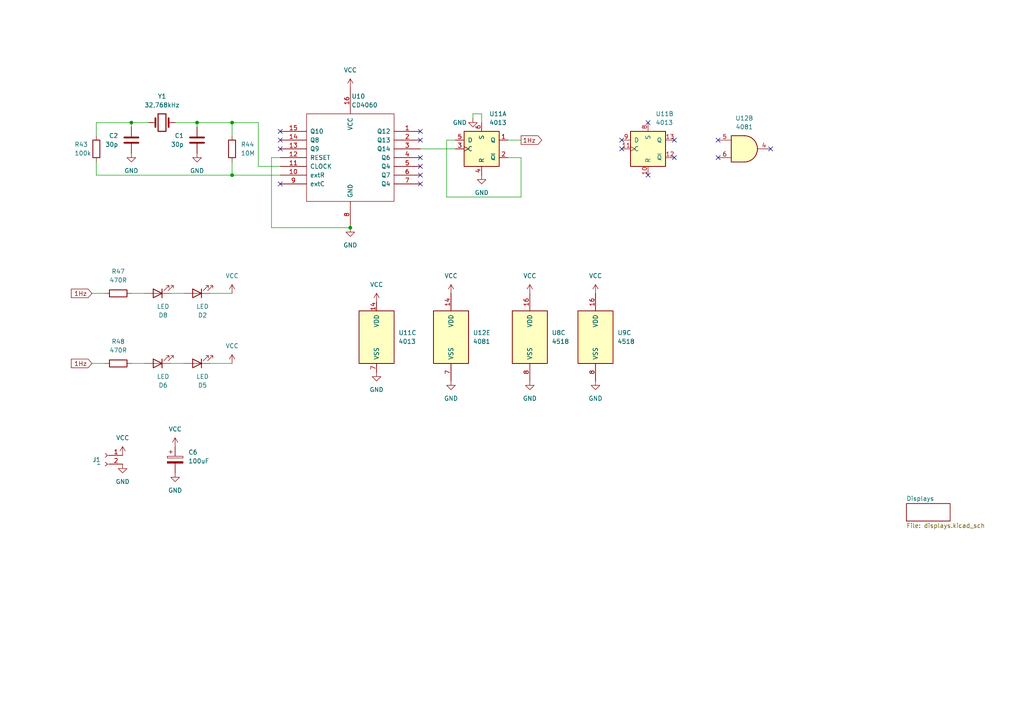
<source format=kicad_sch>
(kicad_sch (version 20230121) (generator eeschema)

  (uuid 68739bad-80d3-45e6-a550-02156b79faf9)

  (paper "A4")

  (lib_symbols
    (symbol "4xxx:4013" (pin_names (offset 1.016)) (in_bom yes) (on_board yes)
      (property "Reference" "U" (at -7.62 8.89 0)
        (effects (font (size 1.27 1.27)))
      )
      (property "Value" "4013" (at -7.62 -8.89 0)
        (effects (font (size 1.27 1.27)))
      )
      (property "Footprint" "" (at 0 0 0)
        (effects (font (size 1.27 1.27)) hide)
      )
      (property "Datasheet" "http://www.onsemi.com/pub/Collateral/MC14013B-D.PDF" (at 0 0 0)
        (effects (font (size 1.27 1.27)) hide)
      )
      (property "ki_locked" "" (at 0 0 0)
        (effects (font (size 1.27 1.27)))
      )
      (property "ki_keywords" "CMOS DFF" (at 0 0 0)
        (effects (font (size 1.27 1.27)) hide)
      )
      (property "ki_description" "Dual D  FlipFlop, Set & reset" (at 0 0 0)
        (effects (font (size 1.27 1.27)) hide)
      )
      (property "ki_fp_filters" "DIP*W7.62mm* SOIC*3.9x9.9mm*P1.27mm* TSSOP*4.4x5mm*P0.65mm*" (at 0 0 0)
        (effects (font (size 1.27 1.27)) hide)
      )
      (symbol "4013_1_1"
        (rectangle (start -5.08 5.08) (end 5.08 -5.08)
          (stroke (width 0.254) (type default))
          (fill (type background))
        )
        (pin output line (at 7.62 2.54 180) (length 2.54)
          (name "Q" (effects (font (size 1.27 1.27))))
          (number "1" (effects (font (size 1.27 1.27))))
        )
        (pin output line (at 7.62 -2.54 180) (length 2.54)
          (name "~{Q}" (effects (font (size 1.27 1.27))))
          (number "2" (effects (font (size 1.27 1.27))))
        )
        (pin input clock (at -7.62 0 0) (length 2.54)
          (name "C" (effects (font (size 1.27 1.27))))
          (number "3" (effects (font (size 1.27 1.27))))
        )
        (pin input line (at 0 -7.62 90) (length 2.54)
          (name "R" (effects (font (size 1.27 1.27))))
          (number "4" (effects (font (size 1.27 1.27))))
        )
        (pin input line (at -7.62 2.54 0) (length 2.54)
          (name "D" (effects (font (size 1.27 1.27))))
          (number "5" (effects (font (size 1.27 1.27))))
        )
        (pin input line (at 0 7.62 270) (length 2.54)
          (name "S" (effects (font (size 1.27 1.27))))
          (number "6" (effects (font (size 1.27 1.27))))
        )
      )
      (symbol "4013_2_1"
        (rectangle (start -5.08 5.08) (end 5.08 -5.08)
          (stroke (width 0.254) (type default))
          (fill (type background))
        )
        (pin input line (at 0 -7.62 90) (length 2.54)
          (name "R" (effects (font (size 1.27 1.27))))
          (number "10" (effects (font (size 1.27 1.27))))
        )
        (pin input clock (at -7.62 0 0) (length 2.54)
          (name "C" (effects (font (size 1.27 1.27))))
          (number "11" (effects (font (size 1.27 1.27))))
        )
        (pin output line (at 7.62 -2.54 180) (length 2.54)
          (name "~{Q}" (effects (font (size 1.27 1.27))))
          (number "12" (effects (font (size 1.27 1.27))))
        )
        (pin output line (at 7.62 2.54 180) (length 2.54)
          (name "Q" (effects (font (size 1.27 1.27))))
          (number "13" (effects (font (size 1.27 1.27))))
        )
        (pin input line (at 0 7.62 270) (length 2.54)
          (name "S" (effects (font (size 1.27 1.27))))
          (number "8" (effects (font (size 1.27 1.27))))
        )
        (pin input line (at -7.62 2.54 0) (length 2.54)
          (name "D" (effects (font (size 1.27 1.27))))
          (number "9" (effects (font (size 1.27 1.27))))
        )
      )
      (symbol "4013_3_0"
        (pin power_in line (at 0 10.16 270) (length 2.54)
          (name "VDD" (effects (font (size 1.27 1.27))))
          (number "14" (effects (font (size 1.27 1.27))))
        )
        (pin power_in line (at 0 -10.16 90) (length 2.54)
          (name "VSS" (effects (font (size 1.27 1.27))))
          (number "7" (effects (font (size 1.27 1.27))))
        )
      )
      (symbol "4013_3_1"
        (rectangle (start -5.08 7.62) (end 5.08 -7.62)
          (stroke (width 0.254) (type default))
          (fill (type background))
        )
      )
    )
    (symbol "4xxx:4081" (pin_names (offset 1.016)) (in_bom yes) (on_board yes)
      (property "Reference" "U" (at 0 1.27 0)
        (effects (font (size 1.27 1.27)))
      )
      (property "Value" "4081" (at 0 -1.27 0)
        (effects (font (size 1.27 1.27)))
      )
      (property "Footprint" "" (at 0 0 0)
        (effects (font (size 1.27 1.27)) hide)
      )
      (property "Datasheet" "http://www.intersil.com/content/dam/Intersil/documents/cd40/cd4073bms-81bms-82bms.pdf" (at 0 0 0)
        (effects (font (size 1.27 1.27)) hide)
      )
      (property "ki_locked" "" (at 0 0 0)
        (effects (font (size 1.27 1.27)))
      )
      (property "ki_keywords" "CMOS And2" (at 0 0 0)
        (effects (font (size 1.27 1.27)) hide)
      )
      (property "ki_description" "Quad And 2 inputs" (at 0 0 0)
        (effects (font (size 1.27 1.27)) hide)
      )
      (property "ki_fp_filters" "DIP?14*" (at 0 0 0)
        (effects (font (size 1.27 1.27)) hide)
      )
      (symbol "4081_1_1"
        (arc (start 0 -3.81) (mid 3.7934 0) (end 0 3.81)
          (stroke (width 0.254) (type default))
          (fill (type background))
        )
        (polyline
          (pts
            (xy 0 3.81)
            (xy -3.81 3.81)
            (xy -3.81 -3.81)
            (xy 0 -3.81)
          )
          (stroke (width 0.254) (type default))
          (fill (type background))
        )
        (pin input line (at -7.62 2.54 0) (length 3.81)
          (name "~" (effects (font (size 1.27 1.27))))
          (number "1" (effects (font (size 1.27 1.27))))
        )
        (pin input line (at -7.62 -2.54 0) (length 3.81)
          (name "~" (effects (font (size 1.27 1.27))))
          (number "2" (effects (font (size 1.27 1.27))))
        )
        (pin output line (at 7.62 0 180) (length 3.81)
          (name "~" (effects (font (size 1.27 1.27))))
          (number "3" (effects (font (size 1.27 1.27))))
        )
      )
      (symbol "4081_1_2"
        (arc (start -3.81 -3.81) (mid -2.589 0) (end -3.81 3.81)
          (stroke (width 0.254) (type default))
          (fill (type none))
        )
        (arc (start -0.6096 -3.81) (mid 2.1842 -2.5851) (end 3.81 0)
          (stroke (width 0.254) (type default))
          (fill (type background))
        )
        (polyline
          (pts
            (xy -3.81 -3.81)
            (xy -0.635 -3.81)
          )
          (stroke (width 0.254) (type default))
          (fill (type background))
        )
        (polyline
          (pts
            (xy -3.81 3.81)
            (xy -0.635 3.81)
          )
          (stroke (width 0.254) (type default))
          (fill (type background))
        )
        (polyline
          (pts
            (xy -0.635 3.81)
            (xy -3.81 3.81)
            (xy -3.81 3.81)
            (xy -3.556 3.4036)
            (xy -3.0226 2.2606)
            (xy -2.6924 1.0414)
            (xy -2.6162 -0.254)
            (xy -2.7686 -1.4986)
            (xy -3.175 -2.7178)
            (xy -3.81 -3.81)
            (xy -3.81 -3.81)
            (xy -0.635 -3.81)
          )
          (stroke (width -25.4) (type default))
          (fill (type background))
        )
        (arc (start 3.81 0) (mid 2.1915 2.5936) (end -0.6096 3.81)
          (stroke (width 0.254) (type default))
          (fill (type background))
        )
        (pin input inverted (at -7.62 2.54 0) (length 4.318)
          (name "~" (effects (font (size 1.27 1.27))))
          (number "1" (effects (font (size 1.27 1.27))))
        )
        (pin input inverted (at -7.62 -2.54 0) (length 4.318)
          (name "~" (effects (font (size 1.27 1.27))))
          (number "2" (effects (font (size 1.27 1.27))))
        )
        (pin output inverted (at 7.62 0 180) (length 3.81)
          (name "~" (effects (font (size 1.27 1.27))))
          (number "3" (effects (font (size 1.27 1.27))))
        )
      )
      (symbol "4081_2_1"
        (arc (start 0 -3.81) (mid 3.7934 0) (end 0 3.81)
          (stroke (width 0.254) (type default))
          (fill (type background))
        )
        (polyline
          (pts
            (xy 0 3.81)
            (xy -3.81 3.81)
            (xy -3.81 -3.81)
            (xy 0 -3.81)
          )
          (stroke (width 0.254) (type default))
          (fill (type background))
        )
        (pin output line (at 7.62 0 180) (length 3.81)
          (name "~" (effects (font (size 1.27 1.27))))
          (number "4" (effects (font (size 1.27 1.27))))
        )
        (pin input line (at -7.62 2.54 0) (length 3.81)
          (name "~" (effects (font (size 1.27 1.27))))
          (number "5" (effects (font (size 1.27 1.27))))
        )
        (pin input line (at -7.62 -2.54 0) (length 3.81)
          (name "~" (effects (font (size 1.27 1.27))))
          (number "6" (effects (font (size 1.27 1.27))))
        )
      )
      (symbol "4081_2_2"
        (arc (start -3.81 -3.81) (mid -2.589 0) (end -3.81 3.81)
          (stroke (width 0.254) (type default))
          (fill (type none))
        )
        (arc (start -0.6096 -3.81) (mid 2.1842 -2.5851) (end 3.81 0)
          (stroke (width 0.254) (type default))
          (fill (type background))
        )
        (polyline
          (pts
            (xy -3.81 -3.81)
            (xy -0.635 -3.81)
          )
          (stroke (width 0.254) (type default))
          (fill (type background))
        )
        (polyline
          (pts
            (xy -3.81 3.81)
            (xy -0.635 3.81)
          )
          (stroke (width 0.254) (type default))
          (fill (type background))
        )
        (polyline
          (pts
            (xy -0.635 3.81)
            (xy -3.81 3.81)
            (xy -3.81 3.81)
            (xy -3.556 3.4036)
            (xy -3.0226 2.2606)
            (xy -2.6924 1.0414)
            (xy -2.6162 -0.254)
            (xy -2.7686 -1.4986)
            (xy -3.175 -2.7178)
            (xy -3.81 -3.81)
            (xy -3.81 -3.81)
            (xy -0.635 -3.81)
          )
          (stroke (width -25.4) (type default))
          (fill (type background))
        )
        (arc (start 3.81 0) (mid 2.1915 2.5936) (end -0.6096 3.81)
          (stroke (width 0.254) (type default))
          (fill (type background))
        )
        (pin output inverted (at 7.62 0 180) (length 3.81)
          (name "~" (effects (font (size 1.27 1.27))))
          (number "4" (effects (font (size 1.27 1.27))))
        )
        (pin input inverted (at -7.62 2.54 0) (length 4.318)
          (name "~" (effects (font (size 1.27 1.27))))
          (number "5" (effects (font (size 1.27 1.27))))
        )
        (pin input inverted (at -7.62 -2.54 0) (length 4.318)
          (name "~" (effects (font (size 1.27 1.27))))
          (number "6" (effects (font (size 1.27 1.27))))
        )
      )
      (symbol "4081_3_1"
        (arc (start 0 -3.81) (mid 3.7934 0) (end 0 3.81)
          (stroke (width 0.254) (type default))
          (fill (type background))
        )
        (polyline
          (pts
            (xy 0 3.81)
            (xy -3.81 3.81)
            (xy -3.81 -3.81)
            (xy 0 -3.81)
          )
          (stroke (width 0.254) (type default))
          (fill (type background))
        )
        (pin output line (at 7.62 0 180) (length 3.81)
          (name "~" (effects (font (size 1.27 1.27))))
          (number "10" (effects (font (size 1.27 1.27))))
        )
        (pin input line (at -7.62 2.54 0) (length 3.81)
          (name "~" (effects (font (size 1.27 1.27))))
          (number "8" (effects (font (size 1.27 1.27))))
        )
        (pin input line (at -7.62 -2.54 0) (length 3.81)
          (name "~" (effects (font (size 1.27 1.27))))
          (number "9" (effects (font (size 1.27 1.27))))
        )
      )
      (symbol "4081_3_2"
        (arc (start -3.81 -3.81) (mid -2.589 0) (end -3.81 3.81)
          (stroke (width 0.254) (type default))
          (fill (type none))
        )
        (arc (start -0.6096 -3.81) (mid 2.1842 -2.5851) (end 3.81 0)
          (stroke (width 0.254) (type default))
          (fill (type background))
        )
        (polyline
          (pts
            (xy -3.81 -3.81)
            (xy -0.635 -3.81)
          )
          (stroke (width 0.254) (type default))
          (fill (type background))
        )
        (polyline
          (pts
            (xy -3.81 3.81)
            (xy -0.635 3.81)
          )
          (stroke (width 0.254) (type default))
          (fill (type background))
        )
        (polyline
          (pts
            (xy -0.635 3.81)
            (xy -3.81 3.81)
            (xy -3.81 3.81)
            (xy -3.556 3.4036)
            (xy -3.0226 2.2606)
            (xy -2.6924 1.0414)
            (xy -2.6162 -0.254)
            (xy -2.7686 -1.4986)
            (xy -3.175 -2.7178)
            (xy -3.81 -3.81)
            (xy -3.81 -3.81)
            (xy -0.635 -3.81)
          )
          (stroke (width -25.4) (type default))
          (fill (type background))
        )
        (arc (start 3.81 0) (mid 2.1915 2.5936) (end -0.6096 3.81)
          (stroke (width 0.254) (type default))
          (fill (type background))
        )
        (pin output inverted (at 7.62 0 180) (length 3.81)
          (name "~" (effects (font (size 1.27 1.27))))
          (number "10" (effects (font (size 1.27 1.27))))
        )
        (pin input inverted (at -7.62 2.54 0) (length 4.318)
          (name "~" (effects (font (size 1.27 1.27))))
          (number "8" (effects (font (size 1.27 1.27))))
        )
        (pin input inverted (at -7.62 -2.54 0) (length 4.318)
          (name "~" (effects (font (size 1.27 1.27))))
          (number "9" (effects (font (size 1.27 1.27))))
        )
      )
      (symbol "4081_4_1"
        (arc (start 0 -3.81) (mid 3.7934 0) (end 0 3.81)
          (stroke (width 0.254) (type default))
          (fill (type background))
        )
        (polyline
          (pts
            (xy 0 3.81)
            (xy -3.81 3.81)
            (xy -3.81 -3.81)
            (xy 0 -3.81)
          )
          (stroke (width 0.254) (type default))
          (fill (type background))
        )
        (pin output line (at 7.62 0 180) (length 3.81)
          (name "~" (effects (font (size 1.27 1.27))))
          (number "11" (effects (font (size 1.27 1.27))))
        )
        (pin input line (at -7.62 2.54 0) (length 3.81)
          (name "~" (effects (font (size 1.27 1.27))))
          (number "12" (effects (font (size 1.27 1.27))))
        )
        (pin input line (at -7.62 -2.54 0) (length 3.81)
          (name "~" (effects (font (size 1.27 1.27))))
          (number "13" (effects (font (size 1.27 1.27))))
        )
      )
      (symbol "4081_4_2"
        (arc (start -3.81 -3.81) (mid -2.589 0) (end -3.81 3.81)
          (stroke (width 0.254) (type default))
          (fill (type none))
        )
        (arc (start -0.6096 -3.81) (mid 2.1842 -2.5851) (end 3.81 0)
          (stroke (width 0.254) (type default))
          (fill (type background))
        )
        (polyline
          (pts
            (xy -3.81 -3.81)
            (xy -0.635 -3.81)
          )
          (stroke (width 0.254) (type default))
          (fill (type background))
        )
        (polyline
          (pts
            (xy -3.81 3.81)
            (xy -0.635 3.81)
          )
          (stroke (width 0.254) (type default))
          (fill (type background))
        )
        (polyline
          (pts
            (xy -0.635 3.81)
            (xy -3.81 3.81)
            (xy -3.81 3.81)
            (xy -3.556 3.4036)
            (xy -3.0226 2.2606)
            (xy -2.6924 1.0414)
            (xy -2.6162 -0.254)
            (xy -2.7686 -1.4986)
            (xy -3.175 -2.7178)
            (xy -3.81 -3.81)
            (xy -3.81 -3.81)
            (xy -0.635 -3.81)
          )
          (stroke (width -25.4) (type default))
          (fill (type background))
        )
        (arc (start 3.81 0) (mid 2.1915 2.5936) (end -0.6096 3.81)
          (stroke (width 0.254) (type default))
          (fill (type background))
        )
        (pin output inverted (at 7.62 0 180) (length 3.81)
          (name "~" (effects (font (size 1.27 1.27))))
          (number "11" (effects (font (size 1.27 1.27))))
        )
        (pin input inverted (at -7.62 2.54 0) (length 4.318)
          (name "~" (effects (font (size 1.27 1.27))))
          (number "12" (effects (font (size 1.27 1.27))))
        )
        (pin input inverted (at -7.62 -2.54 0) (length 4.318)
          (name "~" (effects (font (size 1.27 1.27))))
          (number "13" (effects (font (size 1.27 1.27))))
        )
      )
      (symbol "4081_5_0"
        (pin power_in line (at 0 12.7 270) (length 5.08)
          (name "VDD" (effects (font (size 1.27 1.27))))
          (number "14" (effects (font (size 1.27 1.27))))
        )
        (pin power_in line (at 0 -12.7 90) (length 5.08)
          (name "VSS" (effects (font (size 1.27 1.27))))
          (number "7" (effects (font (size 1.27 1.27))))
        )
      )
      (symbol "4081_5_1"
        (rectangle (start -5.08 7.62) (end 5.08 -7.62)
          (stroke (width 0.254) (type default))
          (fill (type background))
        )
      )
    )
    (symbol "4xxx:4518" (pin_names (offset 1.016)) (in_bom yes) (on_board yes)
      (property "Reference" "U" (at -7.62 8.89 0)
        (effects (font (size 1.27 1.27)))
      )
      (property "Value" "4518" (at -7.62 -8.89 0)
        (effects (font (size 1.27 1.27)))
      )
      (property "Footprint" "" (at 0 0 0)
        (effects (font (size 1.27 1.27)) hide)
      )
      (property "Datasheet" "http://www.intersil.com/content/dam/Intersil/documents/cd45/cd4518bms-20bms.pdf" (at 0 0 0)
        (effects (font (size 1.27 1.27)) hide)
      )
      (property "ki_locked" "" (at 0 0 0)
        (effects (font (size 1.27 1.27)))
      )
      (property "ki_keywords" "CMOS" (at 0 0 0)
        (effects (font (size 1.27 1.27)) hide)
      )
      (property "ki_description" "Dual BCD Up-Counter" (at 0 0 0)
        (effects (font (size 1.27 1.27)) hide)
      )
      (property "ki_fp_filters" "DIP?16*" (at 0 0 0)
        (effects (font (size 1.27 1.27)) hide)
      )
      (symbol "4518_1_0"
        (pin input clock (at -12.7 0 0) (length 5.08)
          (name "CK" (effects (font (size 1.27 1.27))))
          (number "1" (effects (font (size 1.27 1.27))))
        )
        (pin input line (at -12.7 -5.08 0) (length 5.08)
          (name "Enable" (effects (font (size 1.27 1.27))))
          (number "2" (effects (font (size 1.27 1.27))))
        )
        (pin output line (at 12.7 2.54 180) (length 5.08)
          (name "Q1" (effects (font (size 1.27 1.27))))
          (number "3" (effects (font (size 1.27 1.27))))
        )
        (pin output line (at 12.7 0 180) (length 5.08)
          (name "Q2" (effects (font (size 1.27 1.27))))
          (number "4" (effects (font (size 1.27 1.27))))
        )
        (pin output line (at 12.7 -2.54 180) (length 5.08)
          (name "Q3" (effects (font (size 1.27 1.27))))
          (number "5" (effects (font (size 1.27 1.27))))
        )
        (pin output line (at 12.7 -5.08 180) (length 5.08)
          (name "Q4" (effects (font (size 1.27 1.27))))
          (number "6" (effects (font (size 1.27 1.27))))
        )
        (pin input line (at -12.7 -2.54 0) (length 5.08)
          (name "Reset" (effects (font (size 1.27 1.27))))
          (number "7" (effects (font (size 1.27 1.27))))
        )
      )
      (symbol "4518_1_1"
        (rectangle (start -7.62 5.08) (end 7.62 -7.62)
          (stroke (width 0.254) (type default))
          (fill (type background))
        )
      )
      (symbol "4518_2_0"
        (pin input line (at -12.7 -5.08 0) (length 5.08)
          (name "Enable" (effects (font (size 1.27 1.27))))
          (number "10" (effects (font (size 1.27 1.27))))
        )
        (pin output line (at 12.7 2.54 180) (length 5.08)
          (name "Q1" (effects (font (size 1.27 1.27))))
          (number "11" (effects (font (size 1.27 1.27))))
        )
        (pin output line (at 12.7 0 180) (length 5.08)
          (name "Q2" (effects (font (size 1.27 1.27))))
          (number "12" (effects (font (size 1.27 1.27))))
        )
        (pin output line (at 12.7 -2.54 180) (length 5.08)
          (name "Q3" (effects (font (size 1.27 1.27))))
          (number "13" (effects (font (size 1.27 1.27))))
        )
        (pin output line (at 12.7 -5.08 180) (length 5.08)
          (name "Q4" (effects (font (size 1.27 1.27))))
          (number "14" (effects (font (size 1.27 1.27))))
        )
        (pin input line (at -12.7 -2.54 0) (length 5.08)
          (name "Reset" (effects (font (size 1.27 1.27))))
          (number "15" (effects (font (size 1.27 1.27))))
        )
        (pin input clock (at -12.7 0 0) (length 5.08)
          (name "CK" (effects (font (size 1.27 1.27))))
          (number "9" (effects (font (size 1.27 1.27))))
        )
      )
      (symbol "4518_2_1"
        (rectangle (start -7.62 5.08) (end 7.62 -7.62)
          (stroke (width 0.254) (type default))
          (fill (type background))
        )
      )
      (symbol "4518_3_0"
        (pin power_in line (at 0 12.7 270) (length 5.08)
          (name "VDD" (effects (font (size 1.27 1.27))))
          (number "16" (effects (font (size 1.27 1.27))))
        )
        (pin power_in line (at 0 -12.7 90) (length 5.08)
          (name "VSS" (effects (font (size 1.27 1.27))))
          (number "8" (effects (font (size 1.27 1.27))))
        )
      )
      (symbol "4518_3_1"
        (rectangle (start -5.08 7.62) (end 5.08 -7.62)
          (stroke (width 0.254) (type default))
          (fill (type background))
        )
      )
    )
    (symbol "CD4xxx:CD4060" (pin_names (offset 1.016)) (in_bom yes) (on_board yes)
      (property "Reference" "U" (at 0 -2.54 0)
        (effects (font (size 1.27 1.27)))
      )
      (property "Value" "CD4060" (at 0 2.54 0)
        (effects (font (size 1.27 1.27)))
      )
      (property "Footprint" "MODULE" (at 0 0 0)
        (effects (font (size 1.27 1.27)) hide)
      )
      (property "Datasheet" "DOCUMENTATION" (at 0 0 0)
        (effects (font (size 1.27 1.27)) hide)
      )
      (symbol "CD4060_1_0"
        (rectangle (start -12.7 -12.7) (end 12.7 12.7)
          (stroke (width 0) (type solid))
          (fill (type none))
        )
      )
      (symbol "CD4060_1_1"
        (pin output line (at -20.32 7.62 0) (length 7.62)
          (name "Q12" (effects (font (size 1.27 1.27))))
          (number "1" (effects (font (size 1.27 1.27))))
        )
        (pin output line (at 20.32 -5.08 180) (length 7.62)
          (name "extR" (effects (font (size 1.27 1.27))))
          (number "10" (effects (font (size 1.27 1.27))))
        )
        (pin input line (at 20.32 -2.54 180) (length 7.62)
          (name "CLOCK" (effects (font (size 1.27 1.27))))
          (number "11" (effects (font (size 1.27 1.27))))
        )
        (pin input line (at 20.32 0 180) (length 7.62)
          (name "RESET" (effects (font (size 1.27 1.27))))
          (number "12" (effects (font (size 1.27 1.27))))
        )
        (pin output line (at 20.32 2.54 180) (length 7.62)
          (name "Q9" (effects (font (size 1.27 1.27))))
          (number "13" (effects (font (size 1.27 1.27))))
        )
        (pin output line (at 20.32 5.08 180) (length 7.62)
          (name "Q8" (effects (font (size 1.27 1.27))))
          (number "14" (effects (font (size 1.27 1.27))))
        )
        (pin output line (at 20.32 7.62 180) (length 7.62)
          (name "Q10" (effects (font (size 1.27 1.27))))
          (number "15" (effects (font (size 1.27 1.27))))
        )
        (pin power_in line (at 0 20.32 270) (length 7.62)
          (name "VCC" (effects (font (size 1.27 1.27))))
          (number "16" (effects (font (size 1.27 1.27))))
        )
        (pin output line (at -20.32 5.08 0) (length 7.62)
          (name "Q13" (effects (font (size 1.27 1.27))))
          (number "2" (effects (font (size 1.27 1.27))))
        )
        (pin output line (at -20.32 2.54 0) (length 7.62)
          (name "Q14" (effects (font (size 1.27 1.27))))
          (number "3" (effects (font (size 1.27 1.27))))
        )
        (pin output line (at -20.32 0 0) (length 7.62)
          (name "Q6" (effects (font (size 1.27 1.27))))
          (number "4" (effects (font (size 1.27 1.27))))
        )
        (pin output line (at -20.32 -2.54 0) (length 7.62)
          (name "Q4" (effects (font (size 1.27 1.27))))
          (number "5" (effects (font (size 1.27 1.27))))
        )
        (pin output line (at -20.32 -5.08 0) (length 7.62)
          (name "Q7" (effects (font (size 1.27 1.27))))
          (number "6" (effects (font (size 1.27 1.27))))
        )
        (pin output line (at -20.32 -7.62 0) (length 7.62)
          (name "Q4" (effects (font (size 1.27 1.27))))
          (number "7" (effects (font (size 1.27 1.27))))
        )
        (pin power_in line (at 0 -20.32 90) (length 7.62)
          (name "GND" (effects (font (size 1.27 1.27))))
          (number "8" (effects (font (size 1.27 1.27))))
        )
        (pin output line (at 20.32 -7.62 180) (length 7.62)
          (name "extC" (effects (font (size 1.27 1.27))))
          (number "9" (effects (font (size 1.27 1.27))))
        )
      )
    )
    (symbol "Connector:Conn_01x02_Socket" (pin_names (offset 1.016) hide) (in_bom yes) (on_board yes)
      (property "Reference" "J" (at 0 2.54 0)
        (effects (font (size 1.27 1.27)))
      )
      (property "Value" "Conn_01x02_Socket" (at 0 -5.08 0)
        (effects (font (size 1.27 1.27)))
      )
      (property "Footprint" "" (at 0 0 0)
        (effects (font (size 1.27 1.27)) hide)
      )
      (property "Datasheet" "~" (at 0 0 0)
        (effects (font (size 1.27 1.27)) hide)
      )
      (property "ki_locked" "" (at 0 0 0)
        (effects (font (size 1.27 1.27)))
      )
      (property "ki_keywords" "connector" (at 0 0 0)
        (effects (font (size 1.27 1.27)) hide)
      )
      (property "ki_description" "Generic connector, single row, 01x02, script generated" (at 0 0 0)
        (effects (font (size 1.27 1.27)) hide)
      )
      (property "ki_fp_filters" "Connector*:*_1x??_*" (at 0 0 0)
        (effects (font (size 1.27 1.27)) hide)
      )
      (symbol "Conn_01x02_Socket_1_1"
        (arc (start 0 -2.032) (mid -0.5058 -2.54) (end 0 -3.048)
          (stroke (width 0.1524) (type default))
          (fill (type none))
        )
        (polyline
          (pts
            (xy -1.27 -2.54)
            (xy -0.508 -2.54)
          )
          (stroke (width 0.1524) (type default))
          (fill (type none))
        )
        (polyline
          (pts
            (xy -1.27 0)
            (xy -0.508 0)
          )
          (stroke (width 0.1524) (type default))
          (fill (type none))
        )
        (arc (start 0 0.508) (mid -0.5058 0) (end 0 -0.508)
          (stroke (width 0.1524) (type default))
          (fill (type none))
        )
        (pin passive line (at -5.08 0 0) (length 3.81)
          (name "Pin_1" (effects (font (size 1.27 1.27))))
          (number "1" (effects (font (size 1.27 1.27))))
        )
        (pin passive line (at -5.08 -2.54 0) (length 3.81)
          (name "Pin_2" (effects (font (size 1.27 1.27))))
          (number "2" (effects (font (size 1.27 1.27))))
        )
      )
    )
    (symbol "Device:C" (pin_numbers hide) (pin_names (offset 0.254)) (in_bom yes) (on_board yes)
      (property "Reference" "C" (at 0.635 2.54 0)
        (effects (font (size 1.27 1.27)) (justify left))
      )
      (property "Value" "C" (at 0.635 -2.54 0)
        (effects (font (size 1.27 1.27)) (justify left))
      )
      (property "Footprint" "" (at 0.9652 -3.81 0)
        (effects (font (size 1.27 1.27)) hide)
      )
      (property "Datasheet" "~" (at 0 0 0)
        (effects (font (size 1.27 1.27)) hide)
      )
      (property "ki_keywords" "cap capacitor" (at 0 0 0)
        (effects (font (size 1.27 1.27)) hide)
      )
      (property "ki_description" "Unpolarized capacitor" (at 0 0 0)
        (effects (font (size 1.27 1.27)) hide)
      )
      (property "ki_fp_filters" "C_*" (at 0 0 0)
        (effects (font (size 1.27 1.27)) hide)
      )
      (symbol "C_0_1"
        (polyline
          (pts
            (xy -2.032 -0.762)
            (xy 2.032 -0.762)
          )
          (stroke (width 0.508) (type default))
          (fill (type none))
        )
        (polyline
          (pts
            (xy -2.032 0.762)
            (xy 2.032 0.762)
          )
          (stroke (width 0.508) (type default))
          (fill (type none))
        )
      )
      (symbol "C_1_1"
        (pin passive line (at 0 3.81 270) (length 2.794)
          (name "~" (effects (font (size 1.27 1.27))))
          (number "1" (effects (font (size 1.27 1.27))))
        )
        (pin passive line (at 0 -3.81 90) (length 2.794)
          (name "~" (effects (font (size 1.27 1.27))))
          (number "2" (effects (font (size 1.27 1.27))))
        )
      )
    )
    (symbol "Device:C_Polarized" (pin_numbers hide) (pin_names (offset 0.254)) (in_bom yes) (on_board yes)
      (property "Reference" "C" (at 0.635 2.54 0)
        (effects (font (size 1.27 1.27)) (justify left))
      )
      (property "Value" "C_Polarized" (at 0.635 -2.54 0)
        (effects (font (size 1.27 1.27)) (justify left))
      )
      (property "Footprint" "" (at 0.9652 -3.81 0)
        (effects (font (size 1.27 1.27)) hide)
      )
      (property "Datasheet" "~" (at 0 0 0)
        (effects (font (size 1.27 1.27)) hide)
      )
      (property "ki_keywords" "cap capacitor" (at 0 0 0)
        (effects (font (size 1.27 1.27)) hide)
      )
      (property "ki_description" "Polarized capacitor" (at 0 0 0)
        (effects (font (size 1.27 1.27)) hide)
      )
      (property "ki_fp_filters" "CP_*" (at 0 0 0)
        (effects (font (size 1.27 1.27)) hide)
      )
      (symbol "C_Polarized_0_1"
        (rectangle (start -2.286 0.508) (end 2.286 1.016)
          (stroke (width 0) (type default))
          (fill (type none))
        )
        (polyline
          (pts
            (xy -1.778 2.286)
            (xy -0.762 2.286)
          )
          (stroke (width 0) (type default))
          (fill (type none))
        )
        (polyline
          (pts
            (xy -1.27 2.794)
            (xy -1.27 1.778)
          )
          (stroke (width 0) (type default))
          (fill (type none))
        )
        (rectangle (start 2.286 -0.508) (end -2.286 -1.016)
          (stroke (width 0) (type default))
          (fill (type outline))
        )
      )
      (symbol "C_Polarized_1_1"
        (pin passive line (at 0 3.81 270) (length 2.794)
          (name "~" (effects (font (size 1.27 1.27))))
          (number "1" (effects (font (size 1.27 1.27))))
        )
        (pin passive line (at 0 -3.81 90) (length 2.794)
          (name "~" (effects (font (size 1.27 1.27))))
          (number "2" (effects (font (size 1.27 1.27))))
        )
      )
    )
    (symbol "Device:Crystal" (pin_numbers hide) (pin_names (offset 1.016) hide) (in_bom yes) (on_board yes)
      (property "Reference" "Y" (at 0 3.81 0)
        (effects (font (size 1.27 1.27)))
      )
      (property "Value" "Crystal" (at 0 -3.81 0)
        (effects (font (size 1.27 1.27)))
      )
      (property "Footprint" "" (at 0 0 0)
        (effects (font (size 1.27 1.27)) hide)
      )
      (property "Datasheet" "~" (at 0 0 0)
        (effects (font (size 1.27 1.27)) hide)
      )
      (property "ki_keywords" "quartz ceramic resonator oscillator" (at 0 0 0)
        (effects (font (size 1.27 1.27)) hide)
      )
      (property "ki_description" "Two pin crystal" (at 0 0 0)
        (effects (font (size 1.27 1.27)) hide)
      )
      (property "ki_fp_filters" "Crystal*" (at 0 0 0)
        (effects (font (size 1.27 1.27)) hide)
      )
      (symbol "Crystal_0_1"
        (rectangle (start -1.143 2.54) (end 1.143 -2.54)
          (stroke (width 0.3048) (type default))
          (fill (type none))
        )
        (polyline
          (pts
            (xy -2.54 0)
            (xy -1.905 0)
          )
          (stroke (width 0) (type default))
          (fill (type none))
        )
        (polyline
          (pts
            (xy -1.905 -1.27)
            (xy -1.905 1.27)
          )
          (stroke (width 0.508) (type default))
          (fill (type none))
        )
        (polyline
          (pts
            (xy 1.905 -1.27)
            (xy 1.905 1.27)
          )
          (stroke (width 0.508) (type default))
          (fill (type none))
        )
        (polyline
          (pts
            (xy 2.54 0)
            (xy 1.905 0)
          )
          (stroke (width 0) (type default))
          (fill (type none))
        )
      )
      (symbol "Crystal_1_1"
        (pin passive line (at -3.81 0 0) (length 1.27)
          (name "1" (effects (font (size 1.27 1.27))))
          (number "1" (effects (font (size 1.27 1.27))))
        )
        (pin passive line (at 3.81 0 180) (length 1.27)
          (name "2" (effects (font (size 1.27 1.27))))
          (number "2" (effects (font (size 1.27 1.27))))
        )
      )
    )
    (symbol "Device:LED" (pin_numbers hide) (pin_names (offset 1.016) hide) (in_bom yes) (on_board yes)
      (property "Reference" "D" (at 0 2.54 0)
        (effects (font (size 1.27 1.27)))
      )
      (property "Value" "LED" (at 0 -2.54 0)
        (effects (font (size 1.27 1.27)))
      )
      (property "Footprint" "" (at 0 0 0)
        (effects (font (size 1.27 1.27)) hide)
      )
      (property "Datasheet" "~" (at 0 0 0)
        (effects (font (size 1.27 1.27)) hide)
      )
      (property "ki_keywords" "LED diode" (at 0 0 0)
        (effects (font (size 1.27 1.27)) hide)
      )
      (property "ki_description" "Light emitting diode" (at 0 0 0)
        (effects (font (size 1.27 1.27)) hide)
      )
      (property "ki_fp_filters" "LED* LED_SMD:* LED_THT:*" (at 0 0 0)
        (effects (font (size 1.27 1.27)) hide)
      )
      (symbol "LED_0_1"
        (polyline
          (pts
            (xy -1.27 -1.27)
            (xy -1.27 1.27)
          )
          (stroke (width 0.254) (type default))
          (fill (type none))
        )
        (polyline
          (pts
            (xy -1.27 0)
            (xy 1.27 0)
          )
          (stroke (width 0) (type default))
          (fill (type none))
        )
        (polyline
          (pts
            (xy 1.27 -1.27)
            (xy 1.27 1.27)
            (xy -1.27 0)
            (xy 1.27 -1.27)
          )
          (stroke (width 0.254) (type default))
          (fill (type none))
        )
        (polyline
          (pts
            (xy -3.048 -0.762)
            (xy -4.572 -2.286)
            (xy -3.81 -2.286)
            (xy -4.572 -2.286)
            (xy -4.572 -1.524)
          )
          (stroke (width 0) (type default))
          (fill (type none))
        )
        (polyline
          (pts
            (xy -1.778 -0.762)
            (xy -3.302 -2.286)
            (xy -2.54 -2.286)
            (xy -3.302 -2.286)
            (xy -3.302 -1.524)
          )
          (stroke (width 0) (type default))
          (fill (type none))
        )
      )
      (symbol "LED_1_1"
        (pin passive line (at -3.81 0 0) (length 2.54)
          (name "K" (effects (font (size 1.27 1.27))))
          (number "1" (effects (font (size 1.27 1.27))))
        )
        (pin passive line (at 3.81 0 180) (length 2.54)
          (name "A" (effects (font (size 1.27 1.27))))
          (number "2" (effects (font (size 1.27 1.27))))
        )
      )
    )
    (symbol "Device:R" (pin_numbers hide) (pin_names (offset 0)) (in_bom yes) (on_board yes)
      (property "Reference" "R" (at 2.032 0 90)
        (effects (font (size 1.27 1.27)))
      )
      (property "Value" "R" (at 0 0 90)
        (effects (font (size 1.27 1.27)))
      )
      (property "Footprint" "" (at -1.778 0 90)
        (effects (font (size 1.27 1.27)) hide)
      )
      (property "Datasheet" "~" (at 0 0 0)
        (effects (font (size 1.27 1.27)) hide)
      )
      (property "ki_keywords" "R res resistor" (at 0 0 0)
        (effects (font (size 1.27 1.27)) hide)
      )
      (property "ki_description" "Resistor" (at 0 0 0)
        (effects (font (size 1.27 1.27)) hide)
      )
      (property "ki_fp_filters" "R_*" (at 0 0 0)
        (effects (font (size 1.27 1.27)) hide)
      )
      (symbol "R_0_1"
        (rectangle (start -1.016 -2.54) (end 1.016 2.54)
          (stroke (width 0.254) (type default))
          (fill (type none))
        )
      )
      (symbol "R_1_1"
        (pin passive line (at 0 3.81 270) (length 1.27)
          (name "~" (effects (font (size 1.27 1.27))))
          (number "1" (effects (font (size 1.27 1.27))))
        )
        (pin passive line (at 0 -3.81 90) (length 1.27)
          (name "~" (effects (font (size 1.27 1.27))))
          (number "2" (effects (font (size 1.27 1.27))))
        )
      )
    )
    (symbol "power:GND" (power) (pin_names (offset 0)) (in_bom yes) (on_board yes)
      (property "Reference" "#PWR" (at 0 -6.35 0)
        (effects (font (size 1.27 1.27)) hide)
      )
      (property "Value" "GND" (at 0 -3.81 0)
        (effects (font (size 1.27 1.27)))
      )
      (property "Footprint" "" (at 0 0 0)
        (effects (font (size 1.27 1.27)) hide)
      )
      (property "Datasheet" "" (at 0 0 0)
        (effects (font (size 1.27 1.27)) hide)
      )
      (property "ki_keywords" "global power" (at 0 0 0)
        (effects (font (size 1.27 1.27)) hide)
      )
      (property "ki_description" "Power symbol creates a global label with name \"GND\" , ground" (at 0 0 0)
        (effects (font (size 1.27 1.27)) hide)
      )
      (symbol "GND_0_1"
        (polyline
          (pts
            (xy 0 0)
            (xy 0 -1.27)
            (xy 1.27 -1.27)
            (xy 0 -2.54)
            (xy -1.27 -1.27)
            (xy 0 -1.27)
          )
          (stroke (width 0) (type default))
          (fill (type none))
        )
      )
      (symbol "GND_1_1"
        (pin power_in line (at 0 0 270) (length 0) hide
          (name "GND" (effects (font (size 1.27 1.27))))
          (number "1" (effects (font (size 1.27 1.27))))
        )
      )
    )
    (symbol "power:VCC" (power) (pin_names (offset 0)) (in_bom yes) (on_board yes)
      (property "Reference" "#PWR" (at 0 -3.81 0)
        (effects (font (size 1.27 1.27)) hide)
      )
      (property "Value" "VCC" (at 0 3.81 0)
        (effects (font (size 1.27 1.27)))
      )
      (property "Footprint" "" (at 0 0 0)
        (effects (font (size 1.27 1.27)) hide)
      )
      (property "Datasheet" "" (at 0 0 0)
        (effects (font (size 1.27 1.27)) hide)
      )
      (property "ki_keywords" "global power" (at 0 0 0)
        (effects (font (size 1.27 1.27)) hide)
      )
      (property "ki_description" "Power symbol creates a global label with name \"VCC\"" (at 0 0 0)
        (effects (font (size 1.27 1.27)) hide)
      )
      (symbol "VCC_0_1"
        (polyline
          (pts
            (xy -0.762 1.27)
            (xy 0 2.54)
          )
          (stroke (width 0) (type default))
          (fill (type none))
        )
        (polyline
          (pts
            (xy 0 0)
            (xy 0 2.54)
          )
          (stroke (width 0) (type default))
          (fill (type none))
        )
        (polyline
          (pts
            (xy 0 2.54)
            (xy 0.762 1.27)
          )
          (stroke (width 0) (type default))
          (fill (type none))
        )
      )
      (symbol "VCC_1_1"
        (pin power_in line (at 0 0 90) (length 0) hide
          (name "VCC" (effects (font (size 1.27 1.27))))
          (number "1" (effects (font (size 1.27 1.27))))
        )
      )
    )
  )

  (junction (at 67.31 50.8) (diameter 0) (color 0 0 0 0)
    (uuid 1941b00e-c35b-4712-8e97-a3de3453f583)
  )
  (junction (at 38.1 35.56) (diameter 0) (color 0 0 0 0)
    (uuid 2865b6a6-d7b2-4ae1-bf19-225ef196ed67)
  )
  (junction (at 57.15 35.56) (diameter 0) (color 0 0 0 0)
    (uuid 45f9a4db-ab12-4bb5-8782-295dc28aff64)
  )
  (junction (at 67.31 35.56) (diameter 0) (color 0 0 0 0)
    (uuid 6e026560-373d-423c-83bc-c90f469437d0)
  )
  (junction (at 101.6 66.04) (diameter 0) (color 0 0 0 0)
    (uuid f06494ce-786a-4c45-a4bb-53a655fd8c76)
  )

  (no_connect (at 81.28 40.64) (uuid 0059ad51-e35d-4c13-81d6-fc8aca0ecd91))
  (no_connect (at 208.28 40.64) (uuid 10442dc6-8b43-42f7-be01-59af85c6bcb6))
  (no_connect (at 121.92 50.8) (uuid 13485fbb-c427-4270-87a0-73b4c15d34cc))
  (no_connect (at 81.28 43.18) (uuid 188477ca-08d1-426a-859c-e7a94a0349e0))
  (no_connect (at 121.92 38.1) (uuid 279d9e41-470f-42eb-bc62-007d4201c189))
  (no_connect (at 81.28 38.1) (uuid 2a69a1db-a6c1-45af-b376-0d38139f34ac))
  (no_connect (at 121.92 45.72) (uuid 3c865e27-05d7-4b8f-8f05-f8692ee79536))
  (no_connect (at 121.92 53.34) (uuid 7232b549-d64e-4d2a-9358-c2def73cc988))
  (no_connect (at 180.34 40.64) (uuid 87ccef96-a64f-439c-81db-27abe38fd617))
  (no_connect (at 208.28 45.72) (uuid 88a1de4a-83f5-41a8-b944-402af3978664))
  (no_connect (at 187.96 35.56) (uuid 9af07eef-62ad-42c9-92b3-86e0aceb535c))
  (no_connect (at 187.96 50.8) (uuid 9e20ed7c-6185-4979-bee2-52ff92a12665))
  (no_connect (at 121.92 40.64) (uuid aeb9feda-92b6-4648-aed8-d535c29a7d24))
  (no_connect (at 195.58 40.64) (uuid b010bb42-564f-40cf-93aa-ea98aab40142))
  (no_connect (at 81.28 53.34) (uuid ce6854a9-47d9-4157-94c6-8fa66e047854))
  (no_connect (at 121.92 48.26) (uuid d8c9afe8-7382-4ed5-987f-a3c15b2ec77d))
  (no_connect (at 223.52 43.18) (uuid da5983d7-5f02-42cf-989f-b54151ab5844))
  (no_connect (at 180.34 43.18) (uuid ead56e0b-906e-497a-8030-91fd62ba2e3d))
  (no_connect (at 195.58 45.72) (uuid fa998708-7748-4409-8f0b-e9b88d4a9285))

  (wire (pts (xy 132.08 43.18) (xy 121.92 43.18))
    (stroke (width 0) (type default))
    (uuid 00d83e6f-bac7-46aa-931f-edec8ba803d9)
  )
  (wire (pts (xy 49.53 85.09) (xy 53.34 85.09))
    (stroke (width 0) (type default))
    (uuid 0e36a04f-88d2-4cda-a4be-7ad06ed468d9)
  )
  (wire (pts (xy 57.15 35.56) (xy 50.8 35.56))
    (stroke (width 0) (type default))
    (uuid 0edea36c-273f-4012-8906-878d837e1401)
  )
  (wire (pts (xy 67.31 35.56) (xy 57.15 35.56))
    (stroke (width 0) (type default))
    (uuid 1148043e-3d5a-4b85-9d2f-6269b8aedb48)
  )
  (wire (pts (xy 139.7 33.02) (xy 137.16 33.02))
    (stroke (width 0) (type default))
    (uuid 27918cf5-475f-4d8c-99ae-aea7e391f198)
  )
  (wire (pts (xy 129.54 57.15) (xy 151.13 57.15))
    (stroke (width 0) (type default))
    (uuid 280e743d-d2ac-42ab-bc18-eca0b995b99f)
  )
  (wire (pts (xy 151.13 57.15) (xy 151.13 45.72))
    (stroke (width 0) (type default))
    (uuid 2c248d23-872d-4d8a-a54a-17b7c8b43f92)
  )
  (wire (pts (xy 129.54 40.64) (xy 129.54 57.15))
    (stroke (width 0) (type default))
    (uuid 429967bd-e8b7-41db-9eaf-aae6b8977207)
  )
  (wire (pts (xy 67.31 50.8) (xy 27.94 50.8))
    (stroke (width 0) (type default))
    (uuid 5bf05ea8-5dcf-4182-a8cf-e0ff49641a00)
  )
  (wire (pts (xy 74.93 48.26) (xy 74.93 35.56))
    (stroke (width 0) (type default))
    (uuid 63041bef-212f-4de0-801a-e3c1c918839a)
  )
  (wire (pts (xy 43.18 35.56) (xy 38.1 35.56))
    (stroke (width 0) (type default))
    (uuid 680e46af-aa3d-409c-a822-a7580d13d0b6)
  )
  (wire (pts (xy 137.16 33.02) (xy 137.16 34.29))
    (stroke (width 0) (type default))
    (uuid 81d029cd-10a0-4ab3-ae97-0e513ec65177)
  )
  (wire (pts (xy 60.96 105.41) (xy 67.31 105.41))
    (stroke (width 0) (type default))
    (uuid 88e67262-c5b5-4f4f-881a-080512a3fd00)
  )
  (wire (pts (xy 60.96 85.09) (xy 67.31 85.09))
    (stroke (width 0) (type default))
    (uuid 8ac14627-e7bf-4048-adf6-50a89c3c9a49)
  )
  (wire (pts (xy 38.1 105.41) (xy 41.91 105.41))
    (stroke (width 0) (type default))
    (uuid 927a19e6-9351-4937-9015-3b26147a83c6)
  )
  (wire (pts (xy 74.93 35.56) (xy 67.31 35.56))
    (stroke (width 0) (type default))
    (uuid a04ab2d5-a448-4dea-98b2-e221817b8baa)
  )
  (wire (pts (xy 67.31 46.99) (xy 67.31 50.8))
    (stroke (width 0) (type default))
    (uuid a71949f1-b0cb-45b8-811d-87ba55feeaca)
  )
  (wire (pts (xy 38.1 85.09) (xy 41.91 85.09))
    (stroke (width 0) (type default))
    (uuid afb2072c-c03a-4578-9c7f-326d5eedfe5e)
  )
  (wire (pts (xy 26.67 85.09) (xy 30.48 85.09))
    (stroke (width 0) (type default))
    (uuid b35827b5-7752-4102-9861-54d74c390d15)
  )
  (wire (pts (xy 139.7 35.56) (xy 139.7 33.02))
    (stroke (width 0) (type default))
    (uuid b359376f-6638-4287-87d3-569b245868dc)
  )
  (wire (pts (xy 57.15 35.56) (xy 57.15 36.83))
    (stroke (width 0) (type default))
    (uuid b92d1765-a0ec-4884-9692-f2b4aa9669a2)
  )
  (wire (pts (xy 132.08 40.64) (xy 129.54 40.64))
    (stroke (width 0) (type default))
    (uuid bb0258c1-dfc0-44ce-9640-1d700bc0d40e)
  )
  (wire (pts (xy 26.67 105.41) (xy 30.48 105.41))
    (stroke (width 0) (type default))
    (uuid bc1ffb0f-ad63-4e43-953b-ba20f3fe9c24)
  )
  (wire (pts (xy 38.1 36.83) (xy 38.1 35.56))
    (stroke (width 0) (type default))
    (uuid beb26e2f-a694-4692-b826-bbc6ca522b18)
  )
  (wire (pts (xy 67.31 39.37) (xy 67.31 35.56))
    (stroke (width 0) (type default))
    (uuid c66bd53b-b1c1-4822-8487-ce80834fead6)
  )
  (wire (pts (xy 151.13 40.64) (xy 147.32 40.64))
    (stroke (width 0) (type default))
    (uuid cf4d2031-2ebe-4597-9bb2-c95dbff2619e)
  )
  (wire (pts (xy 151.13 45.72) (xy 147.32 45.72))
    (stroke (width 0) (type default))
    (uuid d12a92a2-95f1-4c95-8825-38df24431b84)
  )
  (wire (pts (xy 27.94 39.37) (xy 27.94 35.56))
    (stroke (width 0) (type default))
    (uuid d7b8244c-4d33-4bb7-a89c-f5159db92fe8)
  )
  (wire (pts (xy 27.94 35.56) (xy 38.1 35.56))
    (stroke (width 0) (type default))
    (uuid daf11ab7-9945-491e-9f4f-c8efb488cab5)
  )
  (wire (pts (xy 27.94 46.99) (xy 27.94 50.8))
    (stroke (width 0) (type default))
    (uuid dc6474ad-fed8-439d-973c-34190605b07c)
  )
  (wire (pts (xy 49.53 105.41) (xy 53.34 105.41))
    (stroke (width 0) (type default))
    (uuid e073a3d7-6264-490f-91b1-6a77769a9148)
  )
  (wire (pts (xy 81.28 48.26) (xy 74.93 48.26))
    (stroke (width 0) (type default))
    (uuid e37f335f-c7b2-4765-9c4e-833dab230475)
  )
  (wire (pts (xy 101.6 66.04) (xy 78.74 66.04))
    (stroke (width 0) (type default))
    (uuid f27d30e5-4ae9-449a-afc0-79166a75d38a)
  )
  (wire (pts (xy 81.28 50.8) (xy 67.31 50.8))
    (stroke (width 0) (type default))
    (uuid f409b924-812c-4399-8a0f-8e5330873b47)
  )
  (wire (pts (xy 78.74 45.72) (xy 78.74 66.04))
    (stroke (width 0) (type default))
    (uuid f7038df1-483f-43a0-86ce-2ca18759c4bb)
  )
  (wire (pts (xy 81.28 45.72) (xy 78.74 45.72))
    (stroke (width 0) (type default))
    (uuid fa458699-51a3-4ab3-b239-c9d441f526c0)
  )

  (global_label "1Hz" (shape input) (at 26.67 85.09 180) (fields_autoplaced)
    (effects (font (size 1.27 1.27)) (justify right))
    (uuid b54cb9a7-d0a7-4745-b65e-e0dcf598161a)
    (property "Intersheetrefs" "${INTERSHEET_REFS}" (at 20.1167 85.09 0)
      (effects (font (size 1.27 1.27)) (justify right) hide)
    )
  )
  (global_label "1Hz" (shape input) (at 26.67 105.41 180) (fields_autoplaced)
    (effects (font (size 1.27 1.27)) (justify right))
    (uuid cc84f0c4-9b09-416f-9d26-aeba0f8a7654)
    (property "Intersheetrefs" "${INTERSHEET_REFS}" (at 20.1167 105.41 0)
      (effects (font (size 1.27 1.27)) (justify right) hide)
    )
  )
  (global_label "1Hz" (shape output) (at 151.13 40.64 0) (fields_autoplaced)
    (effects (font (size 1.27 1.27)) (justify left))
    (uuid fff6d880-561c-4410-a346-f5fe40cb19b7)
    (property "Intersheetrefs" "${INTERSHEET_REFS}" (at 157.6833 40.64 0)
      (effects (font (size 1.27 1.27)) (justify left) hide)
    )
  )

  (symbol (lib_id "Device:R") (at 34.29 105.41 270) (unit 1)
    (in_bom yes) (on_board yes) (dnp no) (fields_autoplaced)
    (uuid 021819a8-0e9c-4d3a-ac08-084f7dd78391)
    (property "Reference" "R48" (at 34.29 99.06 90)
      (effects (font (size 1.27 1.27)))
    )
    (property "Value" "470R" (at 34.29 101.6 90)
      (effects (font (size 1.27 1.27)))
    )
    (property "Footprint" "" (at 34.29 103.632 90)
      (effects (font (size 1.27 1.27)) hide)
    )
    (property "Datasheet" "~" (at 34.29 105.41 0)
      (effects (font (size 1.27 1.27)) hide)
    )
    (pin "1" (uuid e8c247bf-26cf-4596-b612-9c82fa507d81))
    (pin "2" (uuid 71ce1e27-32a6-46ef-8b0c-a08c609252fc))
    (instances
      (project "ClockBoard"
        (path "/68739bad-80d3-45e6-a550-02156b79faf9"
          (reference "R48") (unit 1)
        )
      )
    )
  )

  (symbol (lib_id "power:VCC") (at 153.67 85.09 0) (mirror y) (unit 1)
    (in_bom yes) (on_board yes) (dnp no)
    (uuid 0a1236b1-1960-4872-a017-6cd943e1a73b)
    (property "Reference" "#PWR012" (at 153.67 88.9 0)
      (effects (font (size 1.27 1.27)) hide)
    )
    (property "Value" "VCC" (at 153.67 80.01 0)
      (effects (font (size 1.27 1.27)))
    )
    (property "Footprint" "" (at 153.67 85.09 0)
      (effects (font (size 1.27 1.27)) hide)
    )
    (property "Datasheet" "" (at 153.67 85.09 0)
      (effects (font (size 1.27 1.27)) hide)
    )
    (pin "1" (uuid a9155112-ccbe-43f6-89bc-e0a7449a310b))
    (instances
      (project "ClockBoard"
        (path "/68739bad-80d3-45e6-a550-02156b79faf9/cc9abdf7-3132-4543-a43a-9abff5635e8b"
          (reference "#PWR012") (unit 1)
        )
        (path "/68739bad-80d3-45e6-a550-02156b79faf9"
          (reference "#PWR046") (unit 1)
        )
      )
    )
  )

  (symbol (lib_id "power:VCC") (at 35.56 132.08 0) (mirror y) (unit 1)
    (in_bom yes) (on_board yes) (dnp no)
    (uuid 170b3235-dcb4-49d1-9e94-c8bfc1f61d08)
    (property "Reference" "#PWR012" (at 35.56 135.89 0)
      (effects (font (size 1.27 1.27)) hide)
    )
    (property "Value" "VCC" (at 35.56 127 0)
      (effects (font (size 1.27 1.27)))
    )
    (property "Footprint" "" (at 35.56 132.08 0)
      (effects (font (size 1.27 1.27)) hide)
    )
    (property "Datasheet" "" (at 35.56 132.08 0)
      (effects (font (size 1.27 1.27)) hide)
    )
    (pin "1" (uuid e33b5d46-137c-4277-979f-60cc1bd8c6e5))
    (instances
      (project "ClockBoard"
        (path "/68739bad-80d3-45e6-a550-02156b79faf9/cc9abdf7-3132-4543-a43a-9abff5635e8b"
          (reference "#PWR012") (unit 1)
        )
        (path "/68739bad-80d3-45e6-a550-02156b79faf9"
          (reference "#PWR052") (unit 1)
        )
      )
    )
  )

  (symbol (lib_id "Device:R") (at 67.31 43.18 0) (mirror y) (unit 1)
    (in_bom yes) (on_board yes) (dnp no) (fields_autoplaced)
    (uuid 2102aba8-1b29-4a1f-9020-7be47f6a8d6b)
    (property "Reference" "R44" (at 69.85 41.91 0)
      (effects (font (size 1.27 1.27)) (justify right))
    )
    (property "Value" "10M" (at 69.85 44.45 0)
      (effects (font (size 1.27 1.27)) (justify right))
    )
    (property "Footprint" "" (at 69.088 43.18 90)
      (effects (font (size 1.27 1.27)) hide)
    )
    (property "Datasheet" "~" (at 67.31 43.18 0)
      (effects (font (size 1.27 1.27)) hide)
    )
    (pin "1" (uuid 1e3de9bd-a2e7-43cd-b344-ea3a85eb161c))
    (pin "2" (uuid c929c774-80d1-4b08-aa10-90937a7073ba))
    (instances
      (project "ClockBoard"
        (path "/68739bad-80d3-45e6-a550-02156b79faf9"
          (reference "R44") (unit 1)
        )
      )
    )
  )

  (symbol (lib_id "Device:R") (at 27.94 43.18 0) (mirror y) (unit 1)
    (in_bom yes) (on_board yes) (dnp no)
    (uuid 22a39fb7-f368-4e0c-b045-be354f23f660)
    (property "Reference" "R43" (at 21.59 41.91 0)
      (effects (font (size 1.27 1.27)) (justify right))
    )
    (property "Value" "100k" (at 21.59 44.45 0)
      (effects (font (size 1.27 1.27)) (justify right))
    )
    (property "Footprint" "" (at 29.718 43.18 90)
      (effects (font (size 1.27 1.27)) hide)
    )
    (property "Datasheet" "~" (at 27.94 43.18 0)
      (effects (font (size 1.27 1.27)) hide)
    )
    (pin "1" (uuid c40c34c7-bdce-4f0e-a38e-1ade5755b8e7))
    (pin "2" (uuid 24e2467a-c9ce-48d5-82fe-771ea75cd906))
    (instances
      (project "ClockBoard"
        (path "/68739bad-80d3-45e6-a550-02156b79faf9"
          (reference "R43") (unit 1)
        )
      )
    )
  )

  (symbol (lib_id "power:GND") (at 172.72 110.49 0) (mirror y) (unit 1)
    (in_bom yes) (on_board yes) (dnp no) (fields_autoplaced)
    (uuid 271bfe75-fa16-40cc-b774-94d751195c5f)
    (property "Reference" "#PWR017" (at 172.72 116.84 0)
      (effects (font (size 1.27 1.27)) hide)
    )
    (property "Value" "GND" (at 172.72 115.57 0)
      (effects (font (size 1.27 1.27)))
    )
    (property "Footprint" "" (at 172.72 110.49 0)
      (effects (font (size 1.27 1.27)) hide)
    )
    (property "Datasheet" "" (at 172.72 110.49 0)
      (effects (font (size 1.27 1.27)) hide)
    )
    (pin "1" (uuid 9bde1638-ee6b-4dcc-aa56-80e9e00e3e0f))
    (instances
      (project "ClockBoard"
        (path "/68739bad-80d3-45e6-a550-02156b79faf9/cc9abdf7-3132-4543-a43a-9abff5635e8b"
          (reference "#PWR017") (unit 1)
        )
        (path "/68739bad-80d3-45e6-a550-02156b79faf9"
          (reference "#PWR048") (unit 1)
        )
      )
    )
  )

  (symbol (lib_id "Device:R") (at 34.29 85.09 270) (unit 1)
    (in_bom yes) (on_board yes) (dnp no) (fields_autoplaced)
    (uuid 3470e728-ef3f-4ea3-8657-ef7f1c46cb09)
    (property "Reference" "R47" (at 34.29 78.74 90)
      (effects (font (size 1.27 1.27)))
    )
    (property "Value" "470R" (at 34.29 81.28 90)
      (effects (font (size 1.27 1.27)))
    )
    (property "Footprint" "" (at 34.29 83.312 90)
      (effects (font (size 1.27 1.27)) hide)
    )
    (property "Datasheet" "~" (at 34.29 85.09 0)
      (effects (font (size 1.27 1.27)) hide)
    )
    (pin "1" (uuid f8bae9dd-f4e0-4eeb-b78a-875d5b71062a))
    (pin "2" (uuid 64129f22-85eb-4ef2-8b77-bfc717b58f89))
    (instances
      (project "ClockBoard"
        (path "/68739bad-80d3-45e6-a550-02156b79faf9"
          (reference "R47") (unit 1)
        )
      )
    )
  )

  (symbol (lib_id "Device:LED") (at 45.72 85.09 180) (unit 1)
    (in_bom yes) (on_board yes) (dnp no)
    (uuid 3898063b-13a9-443f-965f-85bdb3c0257f)
    (property "Reference" "D8" (at 47.3075 91.44 0)
      (effects (font (size 1.27 1.27)))
    )
    (property "Value" "LED" (at 47.3075 88.9 0)
      (effects (font (size 1.27 1.27)))
    )
    (property "Footprint" "" (at 45.72 85.09 0)
      (effects (font (size 1.27 1.27)) hide)
    )
    (property "Datasheet" "~" (at 45.72 85.09 0)
      (effects (font (size 1.27 1.27)) hide)
    )
    (pin "2" (uuid 3138ef76-0dcd-47c5-bc65-8e8e1833d30b))
    (pin "1" (uuid 5ccb1e4f-c2c3-4fac-82bb-ad5a869f4146))
    (instances
      (project "ClockBoard"
        (path "/68739bad-80d3-45e6-a550-02156b79faf9"
          (reference "D8") (unit 1)
        )
      )
    )
  )

  (symbol (lib_id "CD4xxx:CD4060") (at 101.6 45.72 0) (mirror y) (unit 1)
    (in_bom yes) (on_board yes) (dnp no) (fields_autoplaced)
    (uuid 3934e1b4-3c2f-4ac9-9c43-04411371c30f)
    (property "Reference" "U10" (at 101.9459 27.94 0)
      (effects (font (size 1.27 1.27)) (justify right))
    )
    (property "Value" "CD4060" (at 101.9459 30.48 0)
      (effects (font (size 1.27 1.27)) (justify right))
    )
    (property "Footprint" "MODULE" (at 101.6 45.72 0)
      (effects (font (size 1.27 1.27)) hide)
    )
    (property "Datasheet" "DOCUMENTATION" (at 101.6 45.72 0)
      (effects (font (size 1.27 1.27)) hide)
    )
    (pin "1" (uuid 3d59917e-addf-426b-9b45-27b6d3f970b3))
    (pin "16" (uuid 3ce65c3a-4121-4c3f-b6cc-7277e7519888))
    (pin "5" (uuid 2716e24b-1ff4-4eee-8196-75ceaccb5cb6))
    (pin "12" (uuid 142a7491-8136-4829-907c-8c875955e7e1))
    (pin "6" (uuid 97ad5f23-6cf8-4c47-9a49-881c3b4b7c90))
    (pin "11" (uuid 88d054bb-2ffd-42fb-8db5-2233ee692ef9))
    (pin "9" (uuid 6b40a1c6-d115-4bee-890b-3e3f95c94e6f))
    (pin "2" (uuid 17845cff-0646-490b-a832-7c564c34e50f))
    (pin "3" (uuid 163ba4af-e5b2-423e-9ef7-d5cd5fb82ff7))
    (pin "14" (uuid c262bf4c-df55-48ee-84b9-b072ff6a0978))
    (pin "8" (uuid bf1cdb63-c4cb-4e1c-97bb-741b94211b6e))
    (pin "15" (uuid a9b4b211-9899-4b3b-9d23-755d341fa880))
    (pin "7" (uuid d69f405f-321c-48cb-9374-d945c7f9db12))
    (pin "10" (uuid ad55b23f-44f1-4ad7-a978-74026e46cf8b))
    (pin "13" (uuid 24d30fa1-046a-4d01-8c9e-ac64998faaec))
    (pin "4" (uuid abe83813-37a1-446d-9f6b-073bca725159))
    (instances
      (project "ClockBoard"
        (path "/68739bad-80d3-45e6-a550-02156b79faf9"
          (reference "U10") (unit 1)
        )
      )
    )
  )

  (symbol (lib_id "power:GND") (at 35.56 134.62 0) (mirror y) (unit 1)
    (in_bom yes) (on_board yes) (dnp no) (fields_autoplaced)
    (uuid 39f70f55-2591-4052-b567-3912f9cad843)
    (property "Reference" "#PWR017" (at 35.56 140.97 0)
      (effects (font (size 1.27 1.27)) hide)
    )
    (property "Value" "GND" (at 35.56 139.7 0)
      (effects (font (size 1.27 1.27)))
    )
    (property "Footprint" "" (at 35.56 134.62 0)
      (effects (font (size 1.27 1.27)) hide)
    )
    (property "Datasheet" "" (at 35.56 134.62 0)
      (effects (font (size 1.27 1.27)) hide)
    )
    (pin "1" (uuid 4f0f335c-0e83-4c7b-bae9-a0bbe9b284ed))
    (instances
      (project "ClockBoard"
        (path "/68739bad-80d3-45e6-a550-02156b79faf9/cc9abdf7-3132-4543-a43a-9abff5635e8b"
          (reference "#PWR017") (unit 1)
        )
        (path "/68739bad-80d3-45e6-a550-02156b79faf9"
          (reference "#PWR053") (unit 1)
        )
      )
    )
  )

  (symbol (lib_id "Device:LED") (at 57.15 105.41 180) (unit 1)
    (in_bom yes) (on_board yes) (dnp no)
    (uuid 3a1adbd3-b591-49cb-b884-9f73ec6dd4c9)
    (property "Reference" "D5" (at 58.7375 111.76 0)
      (effects (font (size 1.27 1.27)))
    )
    (property "Value" "LED" (at 58.7375 109.22 0)
      (effects (font (size 1.27 1.27)))
    )
    (property "Footprint" "" (at 57.15 105.41 0)
      (effects (font (size 1.27 1.27)) hide)
    )
    (property "Datasheet" "~" (at 57.15 105.41 0)
      (effects (font (size 1.27 1.27)) hide)
    )
    (pin "2" (uuid 84feb236-1499-4861-85a7-58e540e3d212))
    (pin "1" (uuid 22c919fc-bd29-4cb3-9e89-8b8de1e2f5bc))
    (instances
      (project "ClockBoard"
        (path "/68739bad-80d3-45e6-a550-02156b79faf9"
          (reference "D5") (unit 1)
        )
      )
    )
  )

  (symbol (lib_id "power:GND") (at 139.7 50.8 0) (mirror y) (unit 1)
    (in_bom yes) (on_board yes) (dnp no) (fields_autoplaced)
    (uuid 3d9a0d53-4687-4843-9b9c-4fcfa667d1c8)
    (property "Reference" "#PWR017" (at 139.7 57.15 0)
      (effects (font (size 1.27 1.27)) hide)
    )
    (property "Value" "GND" (at 139.7 55.88 0)
      (effects (font (size 1.27 1.27)))
    )
    (property "Footprint" "" (at 139.7 50.8 0)
      (effects (font (size 1.27 1.27)) hide)
    )
    (property "Datasheet" "" (at 139.7 50.8 0)
      (effects (font (size 1.27 1.27)) hide)
    )
    (pin "1" (uuid 491ad6f5-8bd0-47d4-9cc8-5488f025138f))
    (instances
      (project "ClockBoard"
        (path "/68739bad-80d3-45e6-a550-02156b79faf9/cc9abdf7-3132-4543-a43a-9abff5635e8b"
          (reference "#PWR017") (unit 1)
        )
        (path "/68739bad-80d3-45e6-a550-02156b79faf9"
          (reference "#PWR040") (unit 1)
        )
      )
    )
  )

  (symbol (lib_id "Device:C_Polarized") (at 50.8 133.35 0) (unit 1)
    (in_bom yes) (on_board yes) (dnp no) (fields_autoplaced)
    (uuid 3e0c2901-7905-4e0d-b225-de09d1be23fd)
    (property "Reference" "C6" (at 54.61 131.191 0)
      (effects (font (size 1.27 1.27)) (justify left))
    )
    (property "Value" "100uF" (at 54.61 133.731 0)
      (effects (font (size 1.27 1.27)) (justify left))
    )
    (property "Footprint" "" (at 51.7652 137.16 0)
      (effects (font (size 1.27 1.27)) hide)
    )
    (property "Datasheet" "~" (at 50.8 133.35 0)
      (effects (font (size 1.27 1.27)) hide)
    )
    (pin "1" (uuid 10c9f809-38c1-4f5b-a5b0-c4aec53aa096))
    (pin "2" (uuid 8d5e751d-9cfe-4859-a042-dd3d470e6076))
    (instances
      (project "ClockBoard"
        (path "/68739bad-80d3-45e6-a550-02156b79faf9"
          (reference "C6") (unit 1)
        )
      )
    )
  )

  (symbol (lib_id "Device:C") (at 38.1 40.64 0) (mirror y) (unit 1)
    (in_bom yes) (on_board yes) (dnp no)
    (uuid 3e0c3ab5-9502-45f9-97ea-cb21f09644c8)
    (property "Reference" "C2" (at 34.29 39.37 0)
      (effects (font (size 1.27 1.27)) (justify left))
    )
    (property "Value" "30p" (at 34.29 41.91 0)
      (effects (font (size 1.27 1.27)) (justify left))
    )
    (property "Footprint" "" (at 37.1348 44.45 0)
      (effects (font (size 1.27 1.27)) hide)
    )
    (property "Datasheet" "~" (at 38.1 40.64 0)
      (effects (font (size 1.27 1.27)) hide)
    )
    (pin "2" (uuid 57d68a7d-b604-4ba0-9bbd-1382ee50c27f))
    (pin "1" (uuid b646e323-9ab9-43fc-9a11-e2de8199875c))
    (instances
      (project "ClockBoard"
        (path "/68739bad-80d3-45e6-a550-02156b79faf9"
          (reference "C2") (unit 1)
        )
      )
    )
  )

  (symbol (lib_id "Device:LED") (at 57.15 85.09 180) (unit 1)
    (in_bom yes) (on_board yes) (dnp no)
    (uuid 402e14da-f652-4226-bac9-a0824065356c)
    (property "Reference" "D2" (at 58.7375 91.44 0)
      (effects (font (size 1.27 1.27)))
    )
    (property "Value" "LED" (at 58.7375 88.9 0)
      (effects (font (size 1.27 1.27)))
    )
    (property "Footprint" "" (at 57.15 85.09 0)
      (effects (font (size 1.27 1.27)) hide)
    )
    (property "Datasheet" "~" (at 57.15 85.09 0)
      (effects (font (size 1.27 1.27)) hide)
    )
    (pin "2" (uuid 9a1f987a-210a-46bd-b1b0-7190edbc44f5))
    (pin "1" (uuid 4c558946-edd7-42f0-aea2-7cc8fc3d8183))
    (instances
      (project "ClockBoard"
        (path "/68739bad-80d3-45e6-a550-02156b79faf9"
          (reference "D2") (unit 1)
        )
      )
    )
  )

  (symbol (lib_id "power:GND") (at 137.16 34.29 0) (mirror y) (unit 1)
    (in_bom yes) (on_board yes) (dnp no)
    (uuid 4240f13b-51f0-4590-b220-26b2dd959cb5)
    (property "Reference" "#PWR017" (at 137.16 40.64 0)
      (effects (font (size 1.27 1.27)) hide)
    )
    (property "Value" "GND" (at 133.35 35.56 0)
      (effects (font (size 1.27 1.27)))
    )
    (property "Footprint" "" (at 137.16 34.29 0)
      (effects (font (size 1.27 1.27)) hide)
    )
    (property "Datasheet" "" (at 137.16 34.29 0)
      (effects (font (size 1.27 1.27)) hide)
    )
    (pin "1" (uuid 97bded24-3d19-4fbc-84e5-45e012a49475))
    (instances
      (project "ClockBoard"
        (path "/68739bad-80d3-45e6-a550-02156b79faf9/cc9abdf7-3132-4543-a43a-9abff5635e8b"
          (reference "#PWR017") (unit 1)
        )
        (path "/68739bad-80d3-45e6-a550-02156b79faf9"
          (reference "#PWR041") (unit 1)
        )
      )
    )
  )

  (symbol (lib_id "power:VCC") (at 67.31 105.41 0) (mirror y) (unit 1)
    (in_bom yes) (on_board yes) (dnp no)
    (uuid 43b38c61-2cf4-4840-aa77-db8666730ba1)
    (property "Reference" "#PWR012" (at 67.31 109.22 0)
      (effects (font (size 1.27 1.27)) hide)
    )
    (property "Value" "VCC" (at 67.31 100.33 0)
      (effects (font (size 1.27 1.27)))
    )
    (property "Footprint" "" (at 67.31 105.41 0)
      (effects (font (size 1.27 1.27)) hide)
    )
    (property "Datasheet" "" (at 67.31 105.41 0)
      (effects (font (size 1.27 1.27)) hide)
    )
    (pin "1" (uuid c4215871-056a-4154-bda7-ddde47303bf4))
    (instances
      (project "ClockBoard"
        (path "/68739bad-80d3-45e6-a550-02156b79faf9/cc9abdf7-3132-4543-a43a-9abff5635e8b"
          (reference "#PWR012") (unit 1)
        )
        (path "/68739bad-80d3-45e6-a550-02156b79faf9"
          (reference "#PWR043") (unit 1)
        )
      )
    )
  )

  (symbol (lib_id "power:VCC") (at 172.72 85.09 0) (mirror y) (unit 1)
    (in_bom yes) (on_board yes) (dnp no)
    (uuid 55929f92-8031-47ad-8446-7be9e5bf3079)
    (property "Reference" "#PWR012" (at 172.72 88.9 0)
      (effects (font (size 1.27 1.27)) hide)
    )
    (property "Value" "VCC" (at 172.72 80.01 0)
      (effects (font (size 1.27 1.27)))
    )
    (property "Footprint" "" (at 172.72 85.09 0)
      (effects (font (size 1.27 1.27)) hide)
    )
    (property "Datasheet" "" (at 172.72 85.09 0)
      (effects (font (size 1.27 1.27)) hide)
    )
    (pin "1" (uuid 8b355d6b-5aee-4d63-956f-6e9d30c886cc))
    (instances
      (project "ClockBoard"
        (path "/68739bad-80d3-45e6-a550-02156b79faf9/cc9abdf7-3132-4543-a43a-9abff5635e8b"
          (reference "#PWR012") (unit 1)
        )
        (path "/68739bad-80d3-45e6-a550-02156b79faf9"
          (reference "#PWR047") (unit 1)
        )
      )
    )
  )

  (symbol (lib_id "4xxx:4013") (at 139.7 43.18 0) (unit 1)
    (in_bom yes) (on_board yes) (dnp no)
    (uuid 5984c31f-0e16-4365-b8bf-f1a8616df1ef)
    (property "Reference" "U11" (at 141.8941 33.02 0)
      (effects (font (size 1.27 1.27)) (justify left))
    )
    (property "Value" "4013" (at 141.8941 35.56 0)
      (effects (font (size 1.27 1.27)) (justify left))
    )
    (property "Footprint" "" (at 139.7 43.18 0)
      (effects (font (size 1.27 1.27)) hide)
    )
    (property "Datasheet" "http://www.onsemi.com/pub/Collateral/MC14013B-D.PDF" (at 139.7 43.18 0)
      (effects (font (size 1.27 1.27)) hide)
    )
    (pin "6" (uuid b287f248-95df-46ed-9e9c-4266b1d1303d))
    (pin "12" (uuid 63d8b92d-c5ae-498e-a1f7-0dfc8bada526))
    (pin "4" (uuid 6e45f907-addd-43bd-a6fd-fd68b29927ac))
    (pin "7" (uuid b822710a-ce4f-43d6-b3d3-a990b255ca5a))
    (pin "14" (uuid e512955b-d544-48e9-91b4-fb51637e0c53))
    (pin "9" (uuid 94437dc3-0d6c-45a3-a1c1-a85ae8380465))
    (pin "3" (uuid a0a52b08-f29b-4f89-a818-0b8d45290930))
    (pin "2" (uuid ca3a72c7-974a-419e-93c4-c676ed9bb850))
    (pin "8" (uuid 09122615-5d1c-40a1-9cc1-c8bffc876fc3))
    (pin "11" (uuid abded917-aacf-41ab-8982-5ed99b320912))
    (pin "1" (uuid fc3c48c5-8814-4ceb-a6ed-06cc0848ab4d))
    (pin "5" (uuid 79574ef6-baf0-4a81-b491-fec535a81e21))
    (pin "13" (uuid bc5c30aa-6319-428b-920c-37d72c8718de))
    (pin "10" (uuid 9edebfd0-77b0-491c-a9d9-e9724559cd07))
    (instances
      (project "ClockBoard"
        (path "/68739bad-80d3-45e6-a550-02156b79faf9"
          (reference "U11") (unit 1)
        )
      )
    )
  )

  (symbol (lib_id "power:GND") (at 153.67 110.49 0) (mirror y) (unit 1)
    (in_bom yes) (on_board yes) (dnp no) (fields_autoplaced)
    (uuid 636b49aa-6159-47fc-b782-8894ee7c042b)
    (property "Reference" "#PWR017" (at 153.67 116.84 0)
      (effects (font (size 1.27 1.27)) hide)
    )
    (property "Value" "GND" (at 153.67 115.57 0)
      (effects (font (size 1.27 1.27)))
    )
    (property "Footprint" "" (at 153.67 110.49 0)
      (effects (font (size 1.27 1.27)) hide)
    )
    (property "Datasheet" "" (at 153.67 110.49 0)
      (effects (font (size 1.27 1.27)) hide)
    )
    (pin "1" (uuid 9d74c3db-8742-4abd-b1cc-607a6e2f831a))
    (instances
      (project "ClockBoard"
        (path "/68739bad-80d3-45e6-a550-02156b79faf9/cc9abdf7-3132-4543-a43a-9abff5635e8b"
          (reference "#PWR017") (unit 1)
        )
        (path "/68739bad-80d3-45e6-a550-02156b79faf9"
          (reference "#PWR049") (unit 1)
        )
      )
    )
  )

  (symbol (lib_id "power:GND") (at 109.22 107.95 0) (mirror y) (unit 1)
    (in_bom yes) (on_board yes) (dnp no) (fields_autoplaced)
    (uuid 78c8c073-836e-4b26-97ef-8ba6de0bca3c)
    (property "Reference" "#PWR017" (at 109.22 114.3 0)
      (effects (font (size 1.27 1.27)) hide)
    )
    (property "Value" "GND" (at 109.22 113.03 0)
      (effects (font (size 1.27 1.27)))
    )
    (property "Footprint" "" (at 109.22 107.95 0)
      (effects (font (size 1.27 1.27)) hide)
    )
    (property "Datasheet" "" (at 109.22 107.95 0)
      (effects (font (size 1.27 1.27)) hide)
    )
    (pin "1" (uuid 2c20fe73-8327-4ae0-8464-0fa5b38fd138))
    (instances
      (project "ClockBoard"
        (path "/68739bad-80d3-45e6-a550-02156b79faf9/cc9abdf7-3132-4543-a43a-9abff5635e8b"
          (reference "#PWR017") (unit 1)
        )
        (path "/68739bad-80d3-45e6-a550-02156b79faf9"
          (reference "#PWR051") (unit 1)
        )
      )
    )
  )

  (symbol (lib_id "power:GND") (at 57.15 44.45 0) (mirror y) (unit 1)
    (in_bom yes) (on_board yes) (dnp no) (fields_autoplaced)
    (uuid 85020b5a-1d99-4e44-9481-8aa459a55feb)
    (property "Reference" "#PWR017" (at 57.15 50.8 0)
      (effects (font (size 1.27 1.27)) hide)
    )
    (property "Value" "GND" (at 57.15 49.53 0)
      (effects (font (size 1.27 1.27)))
    )
    (property "Footprint" "" (at 57.15 44.45 0)
      (effects (font (size 1.27 1.27)) hide)
    )
    (property "Datasheet" "" (at 57.15 44.45 0)
      (effects (font (size 1.27 1.27)) hide)
    )
    (pin "1" (uuid b707c47f-345a-41e5-a02c-d4795cd2e264))
    (instances
      (project "ClockBoard"
        (path "/68739bad-80d3-45e6-a550-02156b79faf9/cc9abdf7-3132-4543-a43a-9abff5635e8b"
          (reference "#PWR017") (unit 1)
        )
        (path "/68739bad-80d3-45e6-a550-02156b79faf9"
          (reference "#PWR038") (unit 1)
        )
      )
    )
  )

  (symbol (lib_id "power:GND") (at 38.1 44.45 0) (mirror y) (unit 1)
    (in_bom yes) (on_board yes) (dnp no) (fields_autoplaced)
    (uuid 869123e7-859c-4451-8c3e-bb4a003a629b)
    (property "Reference" "#PWR017" (at 38.1 50.8 0)
      (effects (font (size 1.27 1.27)) hide)
    )
    (property "Value" "GND" (at 38.1 49.53 0)
      (effects (font (size 1.27 1.27)))
    )
    (property "Footprint" "" (at 38.1 44.45 0)
      (effects (font (size 1.27 1.27)) hide)
    )
    (property "Datasheet" "" (at 38.1 44.45 0)
      (effects (font (size 1.27 1.27)) hide)
    )
    (pin "1" (uuid 5fedfbcd-3e28-454d-a245-046c0fbb7cc5))
    (instances
      (project "ClockBoard"
        (path "/68739bad-80d3-45e6-a550-02156b79faf9/cc9abdf7-3132-4543-a43a-9abff5635e8b"
          (reference "#PWR017") (unit 1)
        )
        (path "/68739bad-80d3-45e6-a550-02156b79faf9"
          (reference "#PWR039") (unit 1)
        )
      )
    )
  )

  (symbol (lib_id "4xxx:4518") (at 172.72 97.79 0) (unit 3)
    (in_bom yes) (on_board yes) (dnp no) (fields_autoplaced)
    (uuid 87c3d3cd-c353-4c82-b5ef-007c0c96b07f)
    (property "Reference" "U9" (at 179.07 96.52 0)
      (effects (font (size 1.27 1.27)) (justify left))
    )
    (property "Value" "4518" (at 179.07 99.06 0)
      (effects (font (size 1.27 1.27)) (justify left))
    )
    (property "Footprint" "" (at 172.72 97.79 0)
      (effects (font (size 1.27 1.27)) hide)
    )
    (property "Datasheet" "http://www.intersil.com/content/dam/Intersil/documents/cd45/cd4518bms-20bms.pdf" (at 172.72 97.79 0)
      (effects (font (size 1.27 1.27)) hide)
    )
    (pin "14" (uuid 30b85424-f2f2-43e2-a453-459fcf7745df))
    (pin "16" (uuid 99a1e531-ce30-4a99-9b69-7463b99fcbbc))
    (pin "4" (uuid 70a42421-c7d0-4ec7-bc19-4633d6406a73))
    (pin "6" (uuid c0ef1896-130a-442d-832e-f690baf7b560))
    (pin "10" (uuid fba7bb48-fad7-416d-bba5-c923d4fed952))
    (pin "13" (uuid d983625e-46e4-44b4-b8a4-9c29198080ce))
    (pin "9" (uuid 489b0f83-4d68-47ea-b321-b14ec6373445))
    (pin "7" (uuid af6e5dcc-b662-4201-bf05-e28f220bad4b))
    (pin "15" (uuid 1ac2e1e1-34a8-4274-a1ac-145170da1732))
    (pin "11" (uuid c309a77b-e32c-4f2b-97f9-6eb418a49f25))
    (pin "5" (uuid 11710bd2-9ec5-4a84-b08e-7b301c3cea05))
    (pin "2" (uuid f7b04dd5-fc09-4a27-bdbc-53d84f3e4473))
    (pin "12" (uuid 0cefdbe7-254d-4831-b1ca-aa0fe73e9440))
    (pin "1" (uuid 7efcb8d3-fd51-4dc2-9965-03104722bcfd))
    (pin "3" (uuid 420db164-9ca5-4481-b3c3-54a476c1759c))
    (pin "8" (uuid b2e1f30c-0883-40ee-8cfd-da58b393ff6d))
    (instances
      (project "ClockBoard"
        (path "/68739bad-80d3-45e6-a550-02156b79faf9"
          (reference "U9") (unit 3)
        )
        (path "/68739bad-80d3-45e6-a550-02156b79faf9/cc9abdf7-3132-4543-a43a-9abff5635e8b"
          (reference "U7") (unit 3)
        )
      )
    )
  )

  (symbol (lib_id "Device:Crystal") (at 46.99 35.56 0) (mirror y) (unit 1)
    (in_bom yes) (on_board yes) (dnp no) (fields_autoplaced)
    (uuid 9556c1d3-7df2-4d2b-9a26-84619a5f9100)
    (property "Reference" "Y1" (at 46.99 27.94 0)
      (effects (font (size 1.27 1.27)))
    )
    (property "Value" "32,768kHz" (at 46.99 30.48 0)
      (effects (font (size 1.27 1.27)))
    )
    (property "Footprint" "" (at 46.99 35.56 0)
      (effects (font (size 1.27 1.27)) hide)
    )
    (property "Datasheet" "~" (at 46.99 35.56 0)
      (effects (font (size 1.27 1.27)) hide)
    )
    (pin "1" (uuid 940c2473-a9c6-4058-a537-df0d9c7aedf4))
    (pin "2" (uuid b942ba6f-1e60-4982-b362-8c8c1537285e))
    (instances
      (project "ClockBoard"
        (path "/68739bad-80d3-45e6-a550-02156b79faf9"
          (reference "Y1") (unit 1)
        )
      )
    )
  )

  (symbol (lib_id "4xxx:4081") (at 130.81 97.79 0) (unit 5)
    (in_bom yes) (on_board yes) (dnp no) (fields_autoplaced)
    (uuid b767e360-e7e2-4d98-960f-a871b654feb6)
    (property "Reference" "U12" (at 137.16 96.52 0)
      (effects (font (size 1.27 1.27)) (justify left))
    )
    (property "Value" "4081" (at 137.16 99.06 0)
      (effects (font (size 1.27 1.27)) (justify left))
    )
    (property "Footprint" "" (at 130.81 97.79 0)
      (effects (font (size 1.27 1.27)) hide)
    )
    (property "Datasheet" "http://www.intersil.com/content/dam/Intersil/documents/cd40/cd4073bms-81bms-82bms.pdf" (at 130.81 97.79 0)
      (effects (font (size 1.27 1.27)) hide)
    )
    (pin "1" (uuid c8cb3fad-9c0a-488f-b8a5-f324f8d55694))
    (pin "3" (uuid 184070b3-3102-491f-9a93-3b1dcee56d97))
    (pin "10" (uuid 5e0601e5-914c-4229-bbe8-1ba3da0b2ee1))
    (pin "5" (uuid c0f93aab-d3db-4f42-9d26-f2d6c70291a0))
    (pin "9" (uuid ee84ad8f-3d19-436f-95ac-1c883943af17))
    (pin "11" (uuid 30f1537b-03a1-4e7e-bf48-a9fa0ef052f8))
    (pin "4" (uuid c0555ab8-956d-461d-9424-c1a34431e72e))
    (pin "8" (uuid 48b19790-f865-48d9-a774-bd356be9e784))
    (pin "13" (uuid a4be65c2-c715-49bf-93b3-21be916f5632))
    (pin "6" (uuid eac6112e-98f8-4ebc-b8d2-ce3899b08e15))
    (pin "2" (uuid 551bb97f-a913-4519-ad0b-26cc9636c74f))
    (pin "12" (uuid e2c5e3e9-a4fd-48bb-8e64-f2566cdaff09))
    (pin "7" (uuid acbe7ad1-1d06-4668-a597-9a79ae93f53a))
    (pin "14" (uuid ae759d35-c356-40fd-88a8-006b92b99aae))
    (instances
      (project "ClockBoard"
        (path "/68739bad-80d3-45e6-a550-02156b79faf9"
          (reference "U12") (unit 5)
        )
      )
    )
  )

  (symbol (lib_id "power:VCC") (at 130.81 85.09 0) (mirror y) (unit 1)
    (in_bom yes) (on_board yes) (dnp no)
    (uuid bf0944ba-8889-46b6-ad59-0f2fe23f7c34)
    (property "Reference" "#PWR012" (at 130.81 88.9 0)
      (effects (font (size 1.27 1.27)) hide)
    )
    (property "Value" "VCC" (at 130.81 80.01 0)
      (effects (font (size 1.27 1.27)))
    )
    (property "Footprint" "" (at 130.81 85.09 0)
      (effects (font (size 1.27 1.27)) hide)
    )
    (property "Datasheet" "" (at 130.81 85.09 0)
      (effects (font (size 1.27 1.27)) hide)
    )
    (pin "1" (uuid 3a6f30a0-3756-46f5-9bfc-bc869f467df7))
    (instances
      (project "ClockBoard"
        (path "/68739bad-80d3-45e6-a550-02156b79faf9/cc9abdf7-3132-4543-a43a-9abff5635e8b"
          (reference "#PWR012") (unit 1)
        )
        (path "/68739bad-80d3-45e6-a550-02156b79faf9"
          (reference "#PWR045") (unit 1)
        )
      )
    )
  )

  (symbol (lib_id "4xxx:4518") (at 153.67 97.79 0) (unit 3)
    (in_bom yes) (on_board yes) (dnp no) (fields_autoplaced)
    (uuid c3cffd40-7913-47db-b253-f61663717e30)
    (property "Reference" "U8" (at 160.02 96.52 0)
      (effects (font (size 1.27 1.27)) (justify left))
    )
    (property "Value" "4518" (at 160.02 99.06 0)
      (effects (font (size 1.27 1.27)) (justify left))
    )
    (property "Footprint" "" (at 153.67 97.79 0)
      (effects (font (size 1.27 1.27)) hide)
    )
    (property "Datasheet" "http://www.intersil.com/content/dam/Intersil/documents/cd45/cd4518bms-20bms.pdf" (at 153.67 97.79 0)
      (effects (font (size 1.27 1.27)) hide)
    )
    (pin "14" (uuid 30b85424-f2f2-43e2-a453-459fcf7745df))
    (pin "16" (uuid 1de82ac3-03da-47b1-8a77-6001b72ff1a0))
    (pin "4" (uuid 70a42421-c7d0-4ec7-bc19-4633d6406a73))
    (pin "6" (uuid c0ef1896-130a-442d-832e-f690baf7b560))
    (pin "10" (uuid fba7bb48-fad7-416d-bba5-c923d4fed952))
    (pin "13" (uuid d983625e-46e4-44b4-b8a4-9c29198080ce))
    (pin "9" (uuid 489b0f83-4d68-47ea-b321-b14ec6373445))
    (pin "7" (uuid af6e5dcc-b662-4201-bf05-e28f220bad4b))
    (pin "15" (uuid 1ac2e1e1-34a8-4274-a1ac-145170da1732))
    (pin "11" (uuid c309a77b-e32c-4f2b-97f9-6eb418a49f25))
    (pin "5" (uuid 11710bd2-9ec5-4a84-b08e-7b301c3cea05))
    (pin "2" (uuid f7b04dd5-fc09-4a27-bdbc-53d84f3e4473))
    (pin "12" (uuid 0cefdbe7-254d-4831-b1ca-aa0fe73e9440))
    (pin "1" (uuid 7efcb8d3-fd51-4dc2-9965-03104722bcfd))
    (pin "3" (uuid 420db164-9ca5-4481-b3c3-54a476c1759c))
    (pin "8" (uuid ee96c5e8-4fc4-4606-8307-a46544ca17d7))
    (instances
      (project "ClockBoard"
        (path "/68739bad-80d3-45e6-a550-02156b79faf9"
          (reference "U8") (unit 3)
        )
        (path "/68739bad-80d3-45e6-a550-02156b79faf9/cc9abdf7-3132-4543-a43a-9abff5635e8b"
          (reference "U7") (unit 3)
        )
      )
    )
  )

  (symbol (lib_id "power:VCC") (at 109.22 87.63 0) (mirror y) (unit 1)
    (in_bom yes) (on_board yes) (dnp no)
    (uuid c6419e88-a161-4197-8cda-c60ea10d0bb3)
    (property "Reference" "#PWR012" (at 109.22 91.44 0)
      (effects (font (size 1.27 1.27)) hide)
    )
    (property "Value" "VCC" (at 109.22 82.55 0)
      (effects (font (size 1.27 1.27)))
    )
    (property "Footprint" "" (at 109.22 87.63 0)
      (effects (font (size 1.27 1.27)) hide)
    )
    (property "Datasheet" "" (at 109.22 87.63 0)
      (effects (font (size 1.27 1.27)) hide)
    )
    (pin "1" (uuid 9c71034d-0151-496f-b91d-a56aa3953520))
    (instances
      (project "ClockBoard"
        (path "/68739bad-80d3-45e6-a550-02156b79faf9/cc9abdf7-3132-4543-a43a-9abff5635e8b"
          (reference "#PWR012") (unit 1)
        )
        (path "/68739bad-80d3-45e6-a550-02156b79faf9"
          (reference "#PWR044") (unit 1)
        )
      )
    )
  )

  (symbol (lib_id "power:VCC") (at 50.8 129.54 0) (mirror y) (unit 1)
    (in_bom yes) (on_board yes) (dnp no)
    (uuid c7ee4faa-87b9-40f8-a638-7542fb5d882a)
    (property "Reference" "#PWR012" (at 50.8 133.35 0)
      (effects (font (size 1.27 1.27)) hide)
    )
    (property "Value" "VCC" (at 50.8 124.46 0)
      (effects (font (size 1.27 1.27)))
    )
    (property "Footprint" "" (at 50.8 129.54 0)
      (effects (font (size 1.27 1.27)) hide)
    )
    (property "Datasheet" "" (at 50.8 129.54 0)
      (effects (font (size 1.27 1.27)) hide)
    )
    (pin "1" (uuid ce9714a7-55fd-427b-b20e-b59df80ca54f))
    (instances
      (project "ClockBoard"
        (path "/68739bad-80d3-45e6-a550-02156b79faf9/cc9abdf7-3132-4543-a43a-9abff5635e8b"
          (reference "#PWR012") (unit 1)
        )
        (path "/68739bad-80d3-45e6-a550-02156b79faf9"
          (reference "#PWR055") (unit 1)
        )
      )
    )
  )

  (symbol (lib_id "4xxx:4081") (at 215.9 43.18 0) (unit 2)
    (in_bom yes) (on_board yes) (dnp no) (fields_autoplaced)
    (uuid cd0bc2b8-a785-44d8-8bd1-8006ba0b4d59)
    (property "Reference" "U12" (at 215.8917 34.29 0)
      (effects (font (size 1.27 1.27)))
    )
    (property "Value" "4081" (at 215.8917 36.83 0)
      (effects (font (size 1.27 1.27)))
    )
    (property "Footprint" "" (at 215.9 43.18 0)
      (effects (font (size 1.27 1.27)) hide)
    )
    (property "Datasheet" "http://www.intersil.com/content/dam/Intersil/documents/cd40/cd4073bms-81bms-82bms.pdf" (at 215.9 43.18 0)
      (effects (font (size 1.27 1.27)) hide)
    )
    (pin "1" (uuid c8cb3fad-9c0a-488f-b8a5-f324f8d55692))
    (pin "3" (uuid 184070b3-3102-491f-9a93-3b1dcee56d95))
    (pin "10" (uuid 5e0601e5-914c-4229-bbe8-1ba3da0b2edf))
    (pin "5" (uuid 012ae3cc-383e-4802-8342-459bf5aa70f3))
    (pin "9" (uuid ee84ad8f-3d19-436f-95ac-1c883943af15))
    (pin "11" (uuid 30f1537b-03a1-4e7e-bf48-a9fa0ef052f6))
    (pin "4" (uuid a6ee947d-7262-4f6d-81de-f8624e9dc6c8))
    (pin "8" (uuid 48b19790-f865-48d9-a774-bd356be9e782))
    (pin "13" (uuid a4be65c2-c715-49bf-93b3-21be916f5630))
    (pin "6" (uuid 7a54c61c-4cc7-402a-ab02-9d02a8016ce9))
    (pin "2" (uuid 551bb97f-a913-4519-ad0b-26cc9636c74d))
    (pin "12" (uuid e2c5e3e9-a4fd-48bb-8e64-f2566cdaff07))
    (pin "7" (uuid acbe7ad1-1d06-4668-a597-9a79ae93f538))
    (pin "14" (uuid ae759d35-c356-40fd-88a8-006b92b99aac))
    (instances
      (project "ClockBoard"
        (path "/68739bad-80d3-45e6-a550-02156b79faf9"
          (reference "U12") (unit 2)
        )
        (path "/68739bad-80d3-45e6-a550-02156b79faf9/cc9abdf7-3132-4543-a43a-9abff5635e8b"
          (reference "U12") (unit 2)
        )
      )
    )
  )

  (symbol (lib_id "Connector:Conn_01x02_Socket") (at 30.48 132.08 0) (mirror y) (unit 1)
    (in_bom yes) (on_board yes) (dnp no)
    (uuid cd6cf471-0f42-41b7-aac5-5f715ed12f15)
    (property "Reference" "J1" (at 29.21 133.35 0)
      (effects (font (size 1.27 1.27)) (justify left))
    )
    (property "Value" "~" (at 29.21 134.62 0)
      (effects (font (size 1.27 1.27)) (justify left))
    )
    (property "Footprint" "" (at 30.48 132.08 0)
      (effects (font (size 1.27 1.27)) hide)
    )
    (property "Datasheet" "~" (at 30.48 132.08 0)
      (effects (font (size 1.27 1.27)) hide)
    )
    (pin "2" (uuid ba4b7a04-4d70-4ac5-88c5-7d4efaf4fa2e))
    (pin "1" (uuid 772975a3-3335-4703-aee8-9f6b0806b3fa))
    (instances
      (project "ClockBoard"
        (path "/68739bad-80d3-45e6-a550-02156b79faf9"
          (reference "J1") (unit 1)
        )
      )
    )
  )

  (symbol (lib_id "4xxx:4013") (at 187.96 43.18 0) (unit 2)
    (in_bom yes) (on_board yes) (dnp no) (fields_autoplaced)
    (uuid ce0ba647-aefa-4361-8c68-6982cee04645)
    (property "Reference" "U11" (at 190.1541 33.02 0)
      (effects (font (size 1.27 1.27)) (justify left))
    )
    (property "Value" "4013" (at 190.1541 35.56 0)
      (effects (font (size 1.27 1.27)) (justify left))
    )
    (property "Footprint" "" (at 187.96 43.18 0)
      (effects (font (size 1.27 1.27)) hide)
    )
    (property "Datasheet" "http://www.onsemi.com/pub/Collateral/MC14013B-D.PDF" (at 187.96 43.18 0)
      (effects (font (size 1.27 1.27)) hide)
    )
    (pin "6" (uuid b287f248-95df-46ed-9e9c-4266b1d1303e))
    (pin "12" (uuid 63d8b92d-c5ae-498e-a1f7-0dfc8bada527))
    (pin "4" (uuid 6e45f907-addd-43bd-a6fd-fd68b29927ad))
    (pin "7" (uuid b822710a-ce4f-43d6-b3d3-a990b255ca5b))
    (pin "14" (uuid e512955b-d544-48e9-91b4-fb51637e0c54))
    (pin "9" (uuid 94437dc3-0d6c-45a3-a1c1-a85ae8380466))
    (pin "3" (uuid a0a52b08-f29b-4f89-a818-0b8d45290931))
    (pin "2" (uuid ca3a72c7-974a-419e-93c4-c676ed9bb851))
    (pin "8" (uuid 09122615-5d1c-40a1-9cc1-c8bffc876fc4))
    (pin "11" (uuid abded917-aacf-41ab-8982-5ed99b320913))
    (pin "1" (uuid fc3c48c5-8814-4ceb-a6ed-06cc0848ab4e))
    (pin "5" (uuid 79574ef6-baf0-4a81-b491-fec535a81e22))
    (pin "13" (uuid bc5c30aa-6319-428b-920c-37d72c8718df))
    (pin "10" (uuid 9edebfd0-77b0-491c-a9d9-e9724559cd08))
    (instances
      (project "ClockBoard"
        (path "/68739bad-80d3-45e6-a550-02156b79faf9"
          (reference "U11") (unit 2)
        )
      )
    )
  )

  (symbol (lib_id "power:GND") (at 50.8 137.16 0) (mirror y) (unit 1)
    (in_bom yes) (on_board yes) (dnp no) (fields_autoplaced)
    (uuid e2566068-2d64-4bd5-a7b4-5788daffe5d3)
    (property "Reference" "#PWR017" (at 50.8 143.51 0)
      (effects (font (size 1.27 1.27)) hide)
    )
    (property "Value" "GND" (at 50.8 142.24 0)
      (effects (font (size 1.27 1.27)))
    )
    (property "Footprint" "" (at 50.8 137.16 0)
      (effects (font (size 1.27 1.27)) hide)
    )
    (property "Datasheet" "" (at 50.8 137.16 0)
      (effects (font (size 1.27 1.27)) hide)
    )
    (pin "1" (uuid 5f83cfef-7452-47bb-b53d-33473c74d690))
    (instances
      (project "ClockBoard"
        (path "/68739bad-80d3-45e6-a550-02156b79faf9/cc9abdf7-3132-4543-a43a-9abff5635e8b"
          (reference "#PWR017") (unit 1)
        )
        (path "/68739bad-80d3-45e6-a550-02156b79faf9"
          (reference "#PWR054") (unit 1)
        )
      )
    )
  )

  (symbol (lib_id "Device:C") (at 57.15 40.64 0) (mirror y) (unit 1)
    (in_bom yes) (on_board yes) (dnp no)
    (uuid e7f6f661-19b7-401a-8d4e-e9113d5e5738)
    (property "Reference" "C1" (at 53.34 39.37 0)
      (effects (font (size 1.27 1.27)) (justify left))
    )
    (property "Value" "30p" (at 53.34 41.91 0)
      (effects (font (size 1.27 1.27)) (justify left))
    )
    (property "Footprint" "" (at 56.1848 44.45 0)
      (effects (font (size 1.27 1.27)) hide)
    )
    (property "Datasheet" "~" (at 57.15 40.64 0)
      (effects (font (size 1.27 1.27)) hide)
    )
    (pin "2" (uuid 7cb1681d-66fd-479f-b065-b2009744a3c2))
    (pin "1" (uuid c46f8485-0bc7-4a82-8412-baed71cea15d))
    (instances
      (project "ClockBoard"
        (path "/68739bad-80d3-45e6-a550-02156b79faf9"
          (reference "C1") (unit 1)
        )
      )
    )
  )

  (symbol (lib_id "power:VCC") (at 101.6 25.4 0) (mirror y) (unit 1)
    (in_bom yes) (on_board yes) (dnp no)
    (uuid ec57d912-2d2b-4c48-a561-3e720d03ab0f)
    (property "Reference" "#PWR012" (at 101.6 29.21 0)
      (effects (font (size 1.27 1.27)) hide)
    )
    (property "Value" "VCC" (at 101.6 20.32 0)
      (effects (font (size 1.27 1.27)))
    )
    (property "Footprint" "" (at 101.6 25.4 0)
      (effects (font (size 1.27 1.27)) hide)
    )
    (property "Datasheet" "" (at 101.6 25.4 0)
      (effects (font (size 1.27 1.27)) hide)
    )
    (pin "1" (uuid 36f46e72-869e-4646-ae9f-6fb82b113790))
    (instances
      (project "ClockBoard"
        (path "/68739bad-80d3-45e6-a550-02156b79faf9/cc9abdf7-3132-4543-a43a-9abff5635e8b"
          (reference "#PWR012") (unit 1)
        )
        (path "/68739bad-80d3-45e6-a550-02156b79faf9"
          (reference "#PWR031") (unit 1)
        )
      )
    )
  )

  (symbol (lib_id "power:VCC") (at 67.31 85.09 0) (mirror y) (unit 1)
    (in_bom yes) (on_board yes) (dnp no)
    (uuid edc4f099-a101-491c-b104-cac8a3d6d82f)
    (property "Reference" "#PWR012" (at 67.31 88.9 0)
      (effects (font (size 1.27 1.27)) hide)
    )
    (property "Value" "VCC" (at 67.31 80.01 0)
      (effects (font (size 1.27 1.27)))
    )
    (property "Footprint" "" (at 67.31 85.09 0)
      (effects (font (size 1.27 1.27)) hide)
    )
    (property "Datasheet" "" (at 67.31 85.09 0)
      (effects (font (size 1.27 1.27)) hide)
    )
    (pin "1" (uuid 8e55d9b6-43cf-48f9-b52f-1c4077957502))
    (instances
      (project "ClockBoard"
        (path "/68739bad-80d3-45e6-a550-02156b79faf9/cc9abdf7-3132-4543-a43a-9abff5635e8b"
          (reference "#PWR012") (unit 1)
        )
        (path "/68739bad-80d3-45e6-a550-02156b79faf9"
          (reference "#PWR042") (unit 1)
        )
      )
    )
  )

  (symbol (lib_id "Device:LED") (at 45.72 105.41 180) (unit 1)
    (in_bom yes) (on_board yes) (dnp no)
    (uuid ee1cc1db-f84d-43fb-bb14-10d0acb26da0)
    (property "Reference" "D6" (at 47.3075 111.76 0)
      (effects (font (size 1.27 1.27)))
    )
    (property "Value" "LED" (at 47.3075 109.22 0)
      (effects (font (size 1.27 1.27)))
    )
    (property "Footprint" "" (at 45.72 105.41 0)
      (effects (font (size 1.27 1.27)) hide)
    )
    (property "Datasheet" "~" (at 45.72 105.41 0)
      (effects (font (size 1.27 1.27)) hide)
    )
    (pin "2" (uuid f6338134-cd2e-4c70-b61d-f3b519ba56c7))
    (pin "1" (uuid ca722baa-a887-45de-8ab8-4ce89ffac2ba))
    (instances
      (project "ClockBoard"
        (path "/68739bad-80d3-45e6-a550-02156b79faf9"
          (reference "D6") (unit 1)
        )
      )
    )
  )

  (symbol (lib_id "power:GND") (at 130.81 110.49 0) (mirror y) (unit 1)
    (in_bom yes) (on_board yes) (dnp no) (fields_autoplaced)
    (uuid faa5034e-3b56-4c00-b451-40541ec1091b)
    (property "Reference" "#PWR017" (at 130.81 116.84 0)
      (effects (font (size 1.27 1.27)) hide)
    )
    (property "Value" "GND" (at 130.81 115.57 0)
      (effects (font (size 1.27 1.27)))
    )
    (property "Footprint" "" (at 130.81 110.49 0)
      (effects (font (size 1.27 1.27)) hide)
    )
    (property "Datasheet" "" (at 130.81 110.49 0)
      (effects (font (size 1.27 1.27)) hide)
    )
    (pin "1" (uuid 784edb7b-263c-4c55-8d52-1bbb13d6b395))
    (instances
      (project "ClockBoard"
        (path "/68739bad-80d3-45e6-a550-02156b79faf9/cc9abdf7-3132-4543-a43a-9abff5635e8b"
          (reference "#PWR017") (unit 1)
        )
        (path "/68739bad-80d3-45e6-a550-02156b79faf9"
          (reference "#PWR050") (unit 1)
        )
      )
    )
  )

  (symbol (lib_id "4xxx:4013") (at 109.22 97.79 0) (unit 3)
    (in_bom yes) (on_board yes) (dnp no) (fields_autoplaced)
    (uuid fc4b9229-c114-4bc4-b8ae-217c03a695d2)
    (property "Reference" "U11" (at 115.57 96.52 0)
      (effects (font (size 1.27 1.27)) (justify left))
    )
    (property "Value" "4013" (at 115.57 99.06 0)
      (effects (font (size 1.27 1.27)) (justify left))
    )
    (property "Footprint" "" (at 109.22 97.79 0)
      (effects (font (size 1.27 1.27)) hide)
    )
    (property "Datasheet" "http://www.onsemi.com/pub/Collateral/MC14013B-D.PDF" (at 109.22 97.79 0)
      (effects (font (size 1.27 1.27)) hide)
    )
    (pin "6" (uuid b287f248-95df-46ed-9e9c-4266b1d1303f))
    (pin "12" (uuid 63d8b92d-c5ae-498e-a1f7-0dfc8bada528))
    (pin "4" (uuid 6e45f907-addd-43bd-a6fd-fd68b29927ae))
    (pin "7" (uuid b822710a-ce4f-43d6-b3d3-a990b255ca5c))
    (pin "14" (uuid e512955b-d544-48e9-91b4-fb51637e0c55))
    (pin "9" (uuid 94437dc3-0d6c-45a3-a1c1-a85ae8380467))
    (pin "3" (uuid a0a52b08-f29b-4f89-a818-0b8d45290932))
    (pin "2" (uuid ca3a72c7-974a-419e-93c4-c676ed9bb852))
    (pin "8" (uuid 09122615-5d1c-40a1-9cc1-c8bffc876fc5))
    (pin "11" (uuid abded917-aacf-41ab-8982-5ed99b320914))
    (pin "1" (uuid fc3c48c5-8814-4ceb-a6ed-06cc0848ab4f))
    (pin "5" (uuid 79574ef6-baf0-4a81-b491-fec535a81e23))
    (pin "13" (uuid bc5c30aa-6319-428b-920c-37d72c8718e0))
    (pin "10" (uuid 9edebfd0-77b0-491c-a9d9-e9724559cd09))
    (instances
      (project "ClockBoard"
        (path "/68739bad-80d3-45e6-a550-02156b79faf9"
          (reference "U11") (unit 3)
        )
      )
    )
  )

  (symbol (lib_id "power:GND") (at 101.6 66.04 0) (mirror y) (unit 1)
    (in_bom yes) (on_board yes) (dnp no) (fields_autoplaced)
    (uuid fc7c381c-1189-49ba-b2d4-80ec097403c1)
    (property "Reference" "#PWR017" (at 101.6 72.39 0)
      (effects (font (size 1.27 1.27)) hide)
    )
    (property "Value" "GND" (at 101.6 71.12 0)
      (effects (font (size 1.27 1.27)))
    )
    (property "Footprint" "" (at 101.6 66.04 0)
      (effects (font (size 1.27 1.27)) hide)
    )
    (property "Datasheet" "" (at 101.6 66.04 0)
      (effects (font (size 1.27 1.27)) hide)
    )
    (pin "1" (uuid 89803fe9-27bf-4ac4-b4a6-70eb52d8660d))
    (instances
      (project "ClockBoard"
        (path "/68739bad-80d3-45e6-a550-02156b79faf9/cc9abdf7-3132-4543-a43a-9abff5635e8b"
          (reference "#PWR017") (unit 1)
        )
        (path "/68739bad-80d3-45e6-a550-02156b79faf9"
          (reference "#PWR037") (unit 1)
        )
      )
    )
  )

  (sheet (at 262.89 146.05) (size 12.7 5.08) (fields_autoplaced)
    (stroke (width 0.1524) (type solid))
    (fill (color 0 0 0 0.0000))
    (uuid cc9abdf7-3132-4543-a43a-9abff5635e8b)
    (property "Sheetname" "Displays" (at 262.89 145.3384 0)
      (effects (font (size 1.27 1.27)) (justify left bottom))
    )
    (property "Sheetfile" "displays.kicad_sch" (at 262.89 151.7146 0)
      (effects (font (size 1.27 1.27)) (justify left top))
    )
    (instances
      (project "ClockBoard"
        (path "/68739bad-80d3-45e6-a550-02156b79faf9" (page "2"))
      )
    )
  )

  (sheet_instances
    (path "/" (page "1"))
  )
)

</source>
